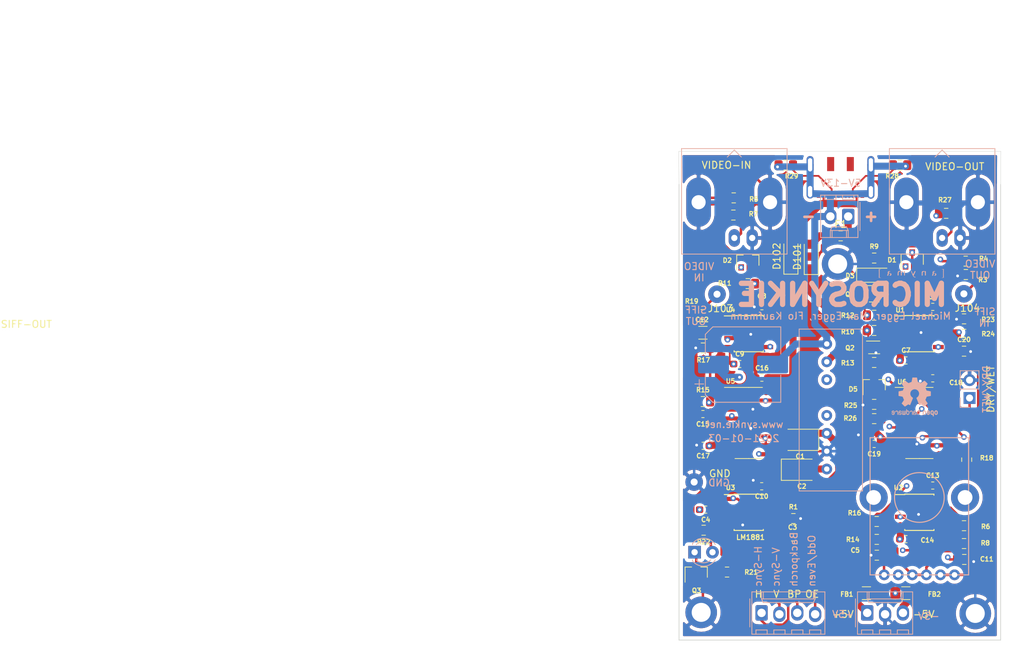
<source format=kicad_pcb>
(kicad_pcb (version 20171130) (host pcbnew "(5.1.5-0-10_14)")
  (layers (0 F.Cu signal) (1 In1.Cu power) (2 In2.Cu signal) (31 B.Cu power) (34 B.Paste user) (35 F.Paste user) (36 B.SilkS user) (37 F.SilkS user) (38 B.Mask user) (39 F.Mask user) (44 Edge.Cuts user))
  (net 0 "")
  (net 1 GND)
  (net 2 +5V)
  (net 3 -5V)
  (net 4 /colorburst)
  (net 5 "Net-(D1-Pad3)")
  (net 6 "Net-(D2-Pad3)")
  (net 7 "Net-(FB1-Pad1)")
  (net 8 "Net-(FB2-Pad1)")
  (net 9 /hsync)
  (net 10 /vsync)
  (net 11 /oe)
  (net 12 "Net-(R14-Pad2)")
  (net 13 "Net-(R19-Pad1)")
  (net 14 "Net-(U6-Pad14)")
  (net 15 /clipper_out)
  (net 16 "Net-(C3-Pad1)")
  (net 17 /dry)
  (net 18 "Net-(C4-Pad1)")
  (net 19 "Net-(C5-Pad1)")
  (net 20 "Net-(C11-Pad1)")
  (net 21 "Net-(C12-Pad1)")
  (net 22 "Net-(C15-Pad2)")
  (net 23 "Net-(C15-Pad1)")
  (net 24 "Net-(C20-Pad1)")
  (net 25 "Net-(D3-Pad2)")
  (net 26 "Net-(D4-Pad2)")
  (net 27 "Net-(D4-Pad1)")
  (net 28 "Net-(J4-Pad1)")
  (net 29 /porch)
  (net 30 "Net-(Q1-Pad2)")
  (net 31 "Net-(Q3-Pad1)")
  (net 32 "Net-(R6-Pad1)")
  (net 33 "Net-(R10-Pad2)")
  (net 34 "Net-(R11-Pad2)")
  (net 35 "Net-(R14-Pad1)")
  (net 36 /delayed_burst)
  (net 37 "Net-(R24-Pad1)")
  (net 38 /synctip)
  (net 39 "Net-(U4-Pad5)")
  (net 40 "Net-(U6-Pad13)")
  (net 41 "Net-(D5-Pad1)")
  (net 42 "Net-(J101-Pad1)")
  (net 43 "Net-(J102-Pad1)")
  (net 44 "Net-(U1-Pad5)")
  (net 45 "Net-(J9-PadA5)")
  (net 46 "Net-(J9-PadB5)")
  (net 47 "Net-(J103-Pad1)")
  (net 48 "Net-(J104-Pad1)")
  (net 49 "Net-(C101-Pad2)")
  (net 50 "Net-(C101-Pad1)")
  (net 51 "Net-(D101-Pad2)")
  (net 52 "Net-(D102-Pad2)")
  (net 53 "Net-(F1-Pad2)")
  (module anyma_footprints:logo_anyma_tiny (layer B.Cu) (at 87.7386 68.3564 180)
    (fp_text reference G*** hide)
    (fp_text value LOGO hide)
  )
  (module Diode_SMD:D_MiniMELF (layer F.Cu) (at 70.7386 65.8564 90)
    (fp_text reference D102 (at 0 -2 90) (layer F.SilkS))
    (fp_text value D)
    (pad 2 smd rect (at 1.75 0 90) (size 1.3 1.7) (layers F.Cu F.Paste F.Mask) (net 52 "Net-(D102-Pad2)"))
    (pad 1 smd rect (at -1.75 0 90) (size 1.3 1.7) (layers F.Cu F.Paste F.Mask) (net 50 "Net-(C101-Pad1)"))
  )
  (module Diode_SMD:D_MiniMELF (layer F.Cu) (at 73.6386 65.9064 90)
    (fp_text reference D101 (at 0 -2 90) (layer F.SilkS))
    (fp_text value D)
    (pad 2 smd rect (at 1.75 0 90) (size 1.3 1.7) (layers F.Cu F.Paste F.Mask) (net 51 "Net-(D101-Pad2)"))
    (pad 1 smd rect (at -1.75 0 90) (size 1.3 1.7) (layers F.Cu F.Paste F.Mask) (net 50 "Net-(C101-Pad1)"))
  )
  (module synkie_footprints:Solderpad_1mm (layer F.Cu) (at 95.8386 71.4564)
    (fp_text reference J104 (at 0 1.778) (layer F.SilkS))
    (fp_text value SIFF-IN)
    (pad 1 thru_hole circle (at -0.508 -0.254) (size 2.5 2.5) (drill 1) (layers *.Cu *.Mask) (net 48 "Net-(J104-Pad1)"))
  )
  (module synkie_footprints:Solderpad_1mm (layer F.Cu) (at 60.7466 71.5104)
    (fp_text reference J103 (at 0 1.778) (layer F.SilkS))
    (fp_text value SIFF-OUT)
    (pad 1 thru_hole circle (at -0.508 -0.254) (size 2.5 2.5) (drill 1) (layers *.Cu *.Mask) (net 47 "Net-(J103-Pad1)"))
  )
  (module synkie_footprints:BNC_MOLEX_0731000080_Horizontal (layer B.Cu) (at 92.2386 63.2564 180)
    (fp_text reference J102 hide)
    (fp_text value Conn_Coaxial)
    (pad 2 thru_hole oval (at -5.08 5.08 180) (size 3.5 7) (drill 2.01) (layers *.Cu *.Mask) (net 1 GND))
    (pad 2 thru_hole oval (at 5.08 5.08 180) (size 3.5 7) (drill 2.01) (layers *.Cu *.Mask) (net 1 GND))
    (pad 1 thru_hole oval (at 0 0 180) (size 1.6 2.5) (drill 0.89) (layers *.Cu *.Mask) (net 43 "Net-(J102-Pad1)"))
    (pad 2 thru_hole oval (at -2.54 0 180) (size 1.6 2.5) (drill 0.89) (layers *.Cu *.Mask) (net 1 GND))
  )
  (module synkie_footprints:BNC_MOLEX_0731000080_Horizontal (layer B.Cu) (at 62.6986 63.2564 180)
    (fp_text reference J101 hide)
    (fp_text value Conn_Coaxial)
    (pad 2 thru_hole oval (at -5.08 5.08 180) (size 3.5 7) (drill 2.01) (layers *.Cu *.Mask) (net 1 GND))
    (pad 2 thru_hole oval (at 5.08 5.08 180) (size 3.5 7) (drill 2.01) (layers *.Cu *.Mask) (net 1 GND))
    (pad 1 thru_hole oval (at 0 0 180) (size 1.6 2.5) (drill 0.89) (layers *.Cu *.Mask) (net 42 "Net-(J101-Pad1)"))
    (pad 2 thru_hole oval (at -2.54 0 180) (size 1.6 2.5) (drill 0.89) (layers *.Cu *.Mask) (net 1 GND))
  )
  (module synkie_footprints:C_0805_2012Metric_Pad1.15x1.40mm_HandSolder (layer F.Cu) (at 77.8136 62.9564)
    (fp_text reference F1 (at 0 -1.65) (layer F.SilkS))
    (fp_text value Polyfuse)
    (pad 2 smd roundrect (at 1.025 0) (size 1.15 1.4) (layers F.Cu F.Paste F.Mask) (roundrect_rratio 0.217391) (net 53 "Net-(F1-Pad2)"))
    (pad 1 smd roundrect (at -1.025 0) (size 1.15 1.4) (layers F.Cu F.Paste F.Mask) (roundrect_rratio 0.217391) (net 51 "Net-(D101-Pad2)"))
  )
  (module Capacitor_SMD:CP_Elec_10x10.5 (layer B.Cu) (at 63.9386 81.2564)
    (fp_text reference C101 hide)
    (fp_text value CP)
    (pad 2 smd roundrect (at 4.2 0) (size 4.4 2.5) (layers B.Cu B.Paste B.Mask) (roundrect_rratio 0.1) (net 49 "Net-(C101-Pad2)"))
    (pad 1 smd roundrect (at -4.2 0) (size 4.4 2.5) (layers B.Cu B.Paste B.Mask) (roundrect_rratio 0.1) (net 50 "Net-(C101-Pad1)"))
  )
  (module synkie_footprints:JAE_USB-C_SJ122205 (layer F.Cu) (at 77.7886 55.9564 180)
    (fp_text reference J9 hide)
    (fp_text value USB_C_Receptacle_USB2.0)
    (pad "" np_thru_hole circle (at -3 0 180) (size 0.6 0.6) (drill 0.6) (layers *.Cu *.Mask))
    (pad "" np_thru_hole oval (at 3 0 180) (size 0.85 0.6) (drill oval 0.85 0.6) (layers *.Cu *.Mask))
    (pad S1 thru_hole oval (at 4.32 3.1 180) (size 1 2.5) (drill oval 0.6 1.9) (layers *.Cu *.Mask) (net 49 "Net-(C101-Pad2)"))
    (pad S1 thru_hole oval (at -4.32 3.1 180) (size 1 2.5) (drill oval 0.6 1.9) (layers *.Cu *.Mask) (net 49 "Net-(C101-Pad2)"))
    (pad S1 thru_hole oval (at 4.32 -0.7 180) (size 1 2) (drill oval 0.6 1.6) (layers *.Cu *.Mask) (net 49 "Net-(C101-Pad2)"))
    (pad S1 thru_hole oval (at -4.32 -0.725 180) (size 1 2) (drill oval 0.6 1.6) (layers *.Cu *.Mask) (net 49 "Net-(C101-Pad2)"))
    (pad MT smd rect (at 1.4 3.2 180) (size 1 2) (layers F.Cu F.Paste F.Mask))
    (pad MT smd rect (at -1.4 3.2 180) (size 1 2) (layers F.Cu F.Paste F.Mask))
    (pad A9 smd rect (at 2.35 -1.1 180) (size 0.52 1) (layers F.Cu F.Paste F.Mask) (net 52 "Net-(D102-Pad2)"))
    (pad A12 smd rect (at 3.1 -1.1 180) (size 0.52 1) (layers F.Cu F.Paste F.Mask) (net 49 "Net-(C101-Pad2)"))
    (pad A4 smd rect (at -2.35 -1.1 180) (size 0.52 1) (layers F.Cu F.Paste F.Mask) (net 52 "Net-(D102-Pad2)") (clearance 0.1))
    (pad A1 smd rect (at -3.1 -1.1 180) (size 0.52 1) (layers F.Cu F.Paste F.Mask) (net 49 "Net-(C101-Pad2)"))
    (pad A8 smd rect (at 1.75 -1.1 180) (size 0.27 1) (layers F.Cu F.Paste F.Mask))
    (pad B5 smd rect (at 1.25 -1.1 180) (size 0.27 1) (layers F.Cu F.Paste F.Mask) (net 46 "Net-(J9-PadB5)"))
    (pad A7 smd rect (at 0.75 -1.1 180) (size 0.27 1) (layers F.Cu F.Paste F.Mask))
    (pad B6 smd rect (at 0.25 -1.1 180) (size 0.27 1) (layers F.Cu F.Paste F.Mask))
    (pad A6 smd rect (at -0.25 -1.1 180) (size 0.27 1) (layers F.Cu F.Paste F.Mask))
    (pad B7 smd rect (at -0.75 -1.1 180) (size 0.27 1) (layers F.Cu F.Paste F.Mask))
    (pad B8 smd rect (at -1.25 -1.1 180) (size 0.27 1) (layers F.Cu F.Paste F.Mask) (clearance 0.1))
    (pad A5 smd rect (at -1.75 -1.1 180) (size 0.27 1) (layers F.Cu F.Paste F.Mask) (net 45 "Net-(J9-PadA5)") (clearance 0.1))
  )
  (module synkie_footprints:R_0805_2012Metric_Pad1.15x1.40mm_HandSolder (layer F.Cu) (at 70.0136 52.9064)
    (fp_text reference R29 (at 0.825 1.55) (layer F.SilkS) (effects (font (size 0.65 0.65))))
    (fp_text value 5k1)
    (pad 2 smd roundrect (at 1.025 0) (size 1.15 1.4) (layers F.Cu F.Paste F.Mask) (roundrect_rratio 0.217391) (net 46 "Net-(J9-PadB5)"))
    (pad 1 smd roundrect (at -1.025 0) (size 1.15 1.4) (layers F.Cu F.Paste F.Mask) (roundrect_rratio 0.217391) (net 49 "Net-(C101-Pad2)"))
  )
  (module synkie_footprints:R_0805_2012Metric_Pad1.15x1.40mm_HandSolder (layer F.Cu) (at 86.2636 52.9064 180)
    (fp_text reference R28 (at 1.125 -1.55) (layer F.SilkS) (effects (font (size 0.65 0.65))))
    (fp_text value 5k1)
    (pad 2 smd roundrect (at 1.025 0 180) (size 1.15 1.4) (layers F.Cu F.Paste F.Mask) (roundrect_rratio 0.217391) (net 45 "Net-(J9-PadA5)"))
    (pad 1 smd roundrect (at -1.025 0 180) (size 1.15 1.4) (layers F.Cu F.Paste F.Mask) (roundrect_rratio 0.217391) (net 49 "Net-(C101-Pad2)"))
  )
  (module synkie_footprints:C_0805_2012Metric_Pad1.15x1.40mm_HandSolder (layer F.Cu) (at 95.3516 79.3564)
    (fp_text reference C20 (at 0 -1.65) (layer F.SilkS) (effects (font (size 0.65 0.65))))
    (fp_text value 10p)
    (pad 2 smd roundrect (at 1.025 0) (size 1.15 1.4) (layers F.Cu F.Paste F.Mask) (roundrect_rratio 0.217391) (net 1 GND))
    (pad 1 smd roundrect (at -1.025 0) (size 1.15 1.4) (layers F.Cu F.Paste F.Mask) (roundrect_rratio 0.217391) (net 24 "Net-(C20-Pad1)"))
  )
  (module synkie_footprints:C_0603_1608Metric_Pad1.05x0.95mm_HandSolder (layer F.Cu) (at 70.9816 105.8164)
    (fp_text reference C3 (at 0 -1.43) (layer F.SilkS) (effects (font (size 0.65 0.65))))
    (fp_text value 100n)
    (pad 2 smd roundrect (at 0.875 0) (size 1.05 0.95) (layers F.Cu F.Paste F.Mask) (net 1 GND))
    (pad 1 smd roundrect (at -0.875 0) (size 1.05 0.95) (layers F.Cu F.Paste F.Mask) (net 16 "Net-(C3-Pad1)"))
  )
  (module Symbol:OSHW-Logo2_7.3x6mm_SilkScreen (layer B.Cu) (at 88.3386 85.8564 180)
    (fp_text reference U9 hide)
    (fp_text value LOGO hide)
  )
  (module synkie_footprints:TEC (layer B.Cu) (at 80.9186 87.2164 270)
    (fp_text reference U7 hide)
    (fp_text value TEC3)
    (pad 8 thru_hole circle (at 8.89 5.08 270) (size 1.524 1.524) (drill 0.762) (layers *.Cu *.Mask) (net 3 -5V))
    (pad 7 thru_hole circle (at 6.35 5.08 270) (size 1.524 1.524) (drill 0.762) (layers *.Cu *.Mask) (net 1 GND))
    (pad 6 thru_hole circle (at 3.81 5.08 270) (size 1.524 1.524) (drill 0.762) (layers *.Cu *.Mask) (net 2 +5V))
    (pad 5 thru_hole circle (at 1.27 5.08 270) (size 1.524 1.524) (drill 0.762) (layers *.Cu *.Mask))
    (pad 3 thru_hole circle (at -3.81 5.08 270) (size 1.524 1.524) (drill 0.762) (layers *.Cu *.Mask))
    (pad 2 thru_hole circle (at -6.35 5.08 270) (size 1.524 1.524) (drill 0.762) (layers *.Cu *.Mask) (net 50 "Net-(C101-Pad1)"))
    (pad 1 thru_hole circle (at -8.89 5.08 270) (size 1.524 1.524) (drill 0.762) (layers *.Cu *.Mask) (net 49 "Net-(C101-Pad2)"))
  )
  (module synkie_footprints:Molex_KK-254_AE-6410-02A_1x02_P2.54mm_Vertical (layer B.Cu) (at 78.8886 60.2064 180)
    (fp_text reference J8 hide)
    (fp_text value Conn_01x02_Male)
    (pad 2 thru_hole oval (at 2.54 0 180) (size 1.74 2.2) (drill 1.2) (layers *.Cu *.Mask) (net 49 "Net-(C101-Pad2)"))
    (pad 1 thru_hole roundrect (at 0 0 180) (size 1.74 2.2) (drill 1.2) (layers *.Cu *.Mask) (roundrect_rratio 0.143678) (net 53 "Net-(F1-Pad2)"))
  )
  (module synkie_footprints:C_0603_1608Metric_Pad1.05x0.95mm_HandSolder (layer F.Cu) (at 63.4746 81.1784)
    (fp_text reference C9 (at 0 -1.43) (layer F.SilkS) (effects (font (size 0.65 0.65))))
    (fp_text value 100n)
    (pad 2 smd roundrect (at 0.875 0) (size 1.05 0.95) (layers F.Cu F.Paste F.Mask) (net 1 GND))
    (pad 1 smd roundrect (at -0.875 0) (size 1.05 0.95) (layers F.Cu F.Paste F.Mask) (net 3 -5V))
  )
  (module synkie_footprints:C_0603_1608Metric_Pad1.05x0.95mm_HandSolder (layer F.Cu) (at 66.6146 72.9584)
    (fp_text reference C8 (at 0 -1.43) (layer F.SilkS) (effects (font (size 0.65 0.65))))
    (fp_text value 100n)
    (pad 2 smd roundrect (at 0.875 0) (size 1.05 0.95) (layers F.Cu F.Paste F.Mask) (net 2 +5V))
    (pad 1 smd roundrect (at -0.875 0) (size 1.05 0.95) (layers F.Cu F.Paste F.Mask) (net 1 GND))
  )
  (module synkie_footprints:C_0603_1608Metric_Pad1.05x0.95mm_HandSolder (layer F.Cu) (at 87.0966 80.6704)
    (fp_text reference C7 (at 0 -1.43) (layer F.SilkS) (effects (font (size 0.65 0.65))))
    (fp_text value 100n)
    (pad 2 smd roundrect (at 0.875 0) (size 1.05 0.95) (layers F.Cu F.Paste F.Mask) (net 1 GND))
    (pad 1 smd roundrect (at -0.875 0) (size 1.05 0.95) (layers F.Cu F.Paste F.Mask) (net 3 -5V))
  )
  (module synkie_footprints:C_0603_1608Metric_Pad1.05x0.95mm_HandSolder (layer F.Cu) (at 90.9066 73.0504)
    (fp_text reference C6 (at 0 -1.43) (layer F.SilkS) (effects (font (size 0.65 0.65))))
    (fp_text value 100n)
    (pad 2 smd roundrect (at 0.875 0) (size 1.05 0.95) (layers F.Cu F.Paste F.Mask) (net 2 +5V))
    (pad 1 smd roundrect (at -0.875 0) (size 1.05 0.95) (layers F.Cu F.Paste F.Mask) (net 1 GND))
  )
  (module synkie_footprints:Solderpad_1mm (layer F.Cu) (at 57.4966 98.2104)
    (fp_text reference TP3 hide)
    (fp_text value TestPoint)
    (pad 1 thru_hole circle (at -0.508 -0.254) (size 2.5 2.5) (drill 1) (layers *.Cu *.Mask) (net 1 GND))
  )
  (module MountingHole:MountingHole_2.7mm_M2.5_ISO7380_Pad (layer F.Cu) (at 96.9518 116.6368)
    (fp_text reference H3 hide)
    (fp_text value MountingHole_Pad)
    (pad 1 thru_hole circle (at 0 0) (size 4.5 4.5) (drill 2.7) (layers *.Cu *.Mask) (net 1 GND))
  )
  (module MountingHole:MountingHole_2.7mm_M2.5_ISO7380_Pad (layer F.Cu) (at 57.9882 116.4844)
    (fp_text reference H2 hide)
    (fp_text value MountingHole_Pad)
    (pad 1 thru_hole circle (at 0 0) (size 4.5 4.5) (drill 2.7) (layers *.Cu *.Mask) (net 1 GND))
  )
  (module MountingHole:MountingHole_2.7mm_M2.5_ISO7380_Pad (layer F.Cu) (at 77.3886 66.9564)
    (fp_text reference H1 hide)
    (fp_text value MountingHole_Pad)
    (pad 1 thru_hole circle (at 0 0) (size 4.5 4.5) (drill 2.7) (layers *.Cu *.Mask) (net 1 GND))
  )
  (module synkie_footprints:C_0603_1608Metric_Pad1.05x0.95mm_HandSolder (layer F.Cu) (at 82.5776 92.5354 180)
    (fp_text reference C19 (at 0 -1.43) (layer F.SilkS) (effects (font (size 0.65 0.65))))
    (fp_text value 100n)
    (pad 2 smd roundrect (at 0.875 0 180) (size 1.05 0.95) (layers F.Cu F.Paste F.Mask) (net 1 GND))
    (pad 1 smd roundrect (at -0.875 0 180) (size 1.05 0.95) (layers F.Cu F.Paste F.Mask) (net 3 -5V))
  )
  (module synkie_footprints:C_0603_1608Metric_Pad1.05x0.95mm_HandSolder (layer F.Cu) (at 90.9066 83.2104)
    (fp_text reference C18 (at 3.302 0.6096) (layer F.SilkS) (effects (font (size 0.65 0.65))))
    (fp_text value 100n)
    (pad 2 smd roundrect (at 0.875 0) (size 1.05 0.95) (layers F.Cu F.Paste F.Mask) (net 2 +5V))
    (pad 1 smd roundrect (at -0.875 0) (size 1.05 0.95) (layers F.Cu F.Paste F.Mask) (net 1 GND))
  )
  (module synkie_footprints:C_0603_1608Metric_Pad1.05x0.95mm_HandSolder (layer F.Cu) (at 58.2636 92.8064 180)
    (fp_text reference C17 (at 0 -1.43) (layer F.SilkS) (effects (font (size 0.65 0.65))))
    (fp_text value 100n)
    (pad 2 smd roundrect (at 0.875 0 180) (size 1.05 0.95) (layers F.Cu F.Paste F.Mask) (net 1 GND))
    (pad 1 smd roundrect (at -0.875 0 180) (size 1.05 0.95) (layers F.Cu F.Paste F.Mask) (net 3 -5V))
  )
  (module synkie_footprints:C_0603_1608Metric_Pad1.05x0.95mm_HandSolder (layer F.Cu) (at 66.6146 83.1184)
    (fp_text reference C16 (at 0.024 -1.362) (layer F.SilkS) (effects (font (size 0.65 0.65))))
    (fp_text value 100n)
    (pad 2 smd roundrect (at 0.875 0) (size 1.05 0.95) (layers F.Cu F.Paste F.Mask) (net 2 +5V))
    (pad 1 smd roundrect (at -0.875 0) (size 1.05 0.95) (layers F.Cu F.Paste F.Mask) (net 1 GND))
  )
  (module synkie_footprints:C_0603_1608Metric_Pad1.05x0.95mm_HandSolder (layer F.Cu) (at 87.0966 106.0704)
    (fp_text reference C14 (at 3.048 0.1524) (layer F.SilkS) (effects (font (size 0.65 0.65))))
    (fp_text value 100n)
    (pad 2 smd roundrect (at 0.875 0) (size 1.05 0.95) (layers F.Cu F.Paste F.Mask) (net 1 GND))
    (pad 1 smd roundrect (at -0.875 0) (size 1.05 0.95) (layers F.Cu F.Paste F.Mask) (net 3 -5V))
  )
  (module synkie_footprints:C_0603_1608Metric_Pad1.05x0.95mm_HandSolder (layer F.Cu) (at 90.9066 98.4504)
    (fp_text reference C13 (at 0 -1.43) (layer F.SilkS) (effects (font (size 0.65 0.65))))
    (fp_text value 100n)
    (pad 2 smd roundrect (at 0.875 0) (size 1.05 0.95) (layers F.Cu F.Paste F.Mask) (net 2 +5V))
    (pad 1 smd roundrect (at -0.875 0) (size 1.05 0.95) (layers F.Cu F.Paste F.Mask) (net 1 GND))
  )
  (module synkie_footprints:C_1206_3216Metric_Pad1.42x1.75mm_HandSolder (layer F.Cu) (at 58.2346 76.7334 180)
    (fp_text reference C12 (at 0.1381 1.8542) (layer F.SilkS) (effects (font (size 0.65 0.65))))
    (fp_text value 100p)
    (pad 2 smd roundrect (at 1.4875 0 180) (size 1.425 1.75) (layers F.Cu F.Paste F.Mask) (roundrect_rratio 0.175439) (net 17 /dry))
    (pad 1 smd roundrect (at -1.4875 0 180) (size 1.425 1.75) (layers F.Cu F.Paste F.Mask) (roundrect_rratio 0.175439) (net 21 "Net-(C12-Pad1)"))
  )
  (module Diode_SMD:D_SOT-23_ANK (layer F.Cu) (at 82.5776 84.1564 90)
    (fp_text reference D5 (at -0.6 -2.989 180) (layer F.SilkS) (effects (font (size 0.65 0.65))))
    (fp_text value BAT54)
    (pad 1 smd rect (at 1 0 90) (size 0.9 0.8) (layers F.Cu F.Paste F.Mask) (net 41 "Net-(D5-Pad1)"))
    (pad "" smd rect (at -1 0.95 90) (size 0.9 0.8) (layers F.Cu F.Paste F.Mask))
    (pad 2 smd rect (at -1 -0.95 90) (size 0.9 0.8) (layers F.Cu F.Paste F.Mask) (net 1 GND))
  )
  (module synkie_footprints:R_0805_2012Metric_Pad1.15x1.40mm_HandSolder (layer F.Cu) (at 62.6136 57.5564)
    (fp_text reference R5 (at 2.853 0.192) (layer F.SilkS) (effects (font (size 0.65 0.65))))
    (fp_text value 75)
    (pad 2 smd roundrect (at 1.025 0) (size 1.15 1.4) (layers F.Cu F.Paste F.Mask) (roundrect_rratio 0.217391) (net 42 "Net-(J101-Pad1)"))
    (pad 1 smd roundrect (at -1.025 0) (size 1.15 1.4) (layers F.Cu F.Paste F.Mask) (roundrect_rratio 0.217391) (net 1 GND))
  )
  (module synkie_footprints:R_0805_2012Metric_Pad1.15x1.40mm_HandSolder (layer F.Cu) (at 82.5776 80.9564 180)
    (fp_text reference R13 (at 3.758533 -0.0762) (layer F.SilkS) (effects (font (size 0.65 0.65))))
    (fp_text value 47k)
    (pad 2 smd roundrect (at 1.025 0 180) (size 1.15 1.4) (layers F.Cu F.Paste F.Mask) (roundrect_rratio 0.217391) (net 41 "Net-(D5-Pad1)"))
    (pad 1 smd roundrect (at -1.025 0 180) (size 1.15 1.4) (layers F.Cu F.Paste F.Mask) (roundrect_rratio 0.217391) (net 2 +5V))
  )
  (module Diode_SMD:D_MiniMELF (layer F.Cu) (at 82.6386 68.5564)
    (fp_text reference D3 (at -3.4862 0.0762 180) (layer F.SilkS) (effects (font (size 0.65 0.65))))
    (fp_text value D)
    (pad 2 smd rect (at 1.75 0) (size 1.3 1.7) (layers F.Cu F.Paste F.Mask) (net 25 "Net-(D3-Pad2)"))
    (pad 1 smd rect (at -1.75 0) (size 1.3 1.7) (layers F.Cu F.Paste F.Mask) (net 1 GND))
  )
  (module LED_THT:LED_D3.0mm (layer B.Cu) (at 57.0516 107.9314)
    (fp_text reference D4 hide)
    (fp_text value LED)
    (pad 2 thru_hole circle (at 2.54 0) (size 1.8 1.8) (drill 0.9) (layers *.Cu *.Mask) (net 26 "Net-(D4-Pad2)"))
    (pad 1 thru_hole rect (at 0 0) (size 1.8 1.8) (drill 0.9) (layers *.Cu *.Mask) (net 27 "Net-(D4-Pad1)"))
  )
  (module Package_SO:SOIC-16_3.9x9.9mm_P1.27mm (layer F.Cu) (at 89.0016 89.5604)
    (fp_text reference U6 (at -2.4638 -5.842) (layer F.SilkS) (effects (font (size 0.65 0.65))))
    (fp_text value 4053)
    (pad 16 smd roundrect (at 2.475 -4.445) (size 1.95 0.6) (layers F.Cu F.Paste F.Mask) (net 2 +5V))
    (pad 15 smd roundrect (at 2.475 -3.175) (size 1.95 0.6) (layers F.Cu F.Paste F.Mask) (net 40 "Net-(U6-Pad13)"))
    (pad 14 smd roundrect (at 2.475 -1.905) (size 1.95 0.6) (layers F.Cu F.Paste F.Mask) (net 14 "Net-(U6-Pad14)"))
    (pad 13 smd roundrect (at 2.475 -0.635) (size 1.95 0.6) (layers F.Cu F.Paste F.Mask) (net 40 "Net-(U6-Pad13)"))
    (pad 12 smd roundrect (at 2.475 0.635) (size 1.95 0.6) (layers F.Cu F.Paste F.Mask) (net 36 /delayed_burst))
    (pad 11 smd roundrect (at 2.475 1.905) (size 1.95 0.6) (layers F.Cu F.Paste F.Mask) (net 29 /porch))
    (pad 10 smd roundrect (at 2.475 3.175) (size 1.95 0.6) (layers F.Cu F.Paste F.Mask) (net 9 /hsync))
    (pad 9 smd roundrect (at 2.475 4.445) (size 1.95 0.6) (layers F.Cu F.Paste F.Mask) (net 28 "Net-(J4-Pad1)"))
    (pad 8 smd roundrect (at -2.475 4.445) (size 1.95 0.6) (layers F.Cu F.Paste F.Mask) (net 1 GND))
    (pad 7 smd roundrect (at -2.475 3.175) (size 1.95 0.6) (layers F.Cu F.Paste F.Mask) (net 3 -5V))
    (pad 6 smd roundrect (at -2.475 1.905) (size 1.95 0.6) (layers F.Cu F.Paste F.Mask) (net 1 GND))
    (pad 5 smd roundrect (at -2.475 0.635) (size 1.95 0.6) (layers F.Cu F.Paste F.Mask) (net 17 /dry))
    (pad 4 smd roundrect (at -2.475 -0.635) (size 1.95 0.6) (layers F.Cu F.Paste F.Mask) (net 44 "Net-(U1-Pad5)"))
    (pad 3 smd roundrect (at -2.475 -1.905) (size 1.95 0.6) (layers F.Cu F.Paste F.Mask) (net 14 "Net-(U6-Pad14)"))
    (pad 2 smd roundrect (at -2.475 -3.175) (size 1.95 0.6) (layers F.Cu F.Paste F.Mask) (net 38 /synctip))
    (pad 1 smd roundrect (at -2.475 -4.445) (size 1.95 0.6) (layers F.Cu F.Paste F.Mask) (net 15 /clipper_out))
  )
  (module Package_SO:SOIC-16_3.9x9.9mm_P1.27mm (layer F.Cu) (at 64.7446 89.5604)
    (fp_text reference U5 (at -2.5908 -5.9436) (layer F.SilkS) (effects (font (size 0.65 0.65))))
    (fp_text value 4053)
    (pad 16 smd roundrect (at 2.475 -4.445) (size 1.95 0.6) (layers F.Cu F.Paste F.Mask) (net 2 +5V))
    (pad 15 smd roundrect (at 2.475 -3.175) (size 1.95 0.6) (layers F.Cu F.Paste F.Mask) (net 4 /colorburst))
    (pad 14 smd roundrect (at 2.475 -1.905) (size 1.95 0.6) (layers F.Cu F.Paste F.Mask) (net 1 GND))
    (pad 13 smd roundrect (at 2.475 -0.635) (size 1.95 0.6) (layers F.Cu F.Paste F.Mask) (net 1 GND))
    (pad 12 smd roundrect (at 2.475 0.635) (size 1.95 0.6) (layers F.Cu F.Paste F.Mask) (net 23 "Net-(C15-Pad1)"))
    (pad 11 smd roundrect (at 2.475 1.905) (size 1.95 0.6) (layers F.Cu F.Paste F.Mask) (net 29 /porch))
    (pad 10 smd roundrect (at 2.475 3.175) (size 1.95 0.6) (layers F.Cu F.Paste F.Mask) (net 29 /porch))
    (pad 9 smd roundrect (at 2.475 4.445) (size 1.95 0.6) (layers F.Cu F.Paste F.Mask) (net 9 /hsync))
    (pad 8 smd roundrect (at -2.475 4.445) (size 1.95 0.6) (layers F.Cu F.Paste F.Mask) (net 1 GND))
    (pad 7 smd roundrect (at -2.475 3.175) (size 1.95 0.6) (layers F.Cu F.Paste F.Mask) (net 3 -5V))
    (pad 6 smd roundrect (at -2.475 1.905) (size 1.95 0.6) (layers F.Cu F.Paste F.Mask) (net 1 GND))
    (pad 5 smd roundrect (at -2.475 0.635) (size 1.95 0.6) (layers F.Cu F.Paste F.Mask) (net 1 GND))
    (pad 4 smd roundrect (at -2.475 -0.635) (size 1.95 0.6) (layers F.Cu F.Paste F.Mask) (net 39 "Net-(U4-Pad5)"))
    (pad 3 smd roundrect (at -2.475 -1.905) (size 1.95 0.6) (layers F.Cu F.Paste F.Mask) (net 23 "Net-(C15-Pad1)"))
    (pad 2 smd roundrect (at -2.475 -3.175) (size 1.95 0.6) (layers F.Cu F.Paste F.Mask) (net 21 "Net-(C12-Pad1)"))
    (pad 1 smd roundrect (at -2.475 -4.445) (size 1.95 0.6) (layers F.Cu F.Paste F.Mask) (net 1 GND))
  )
  (module synkie_footprints:SOIC-8_3.9x4.9mm_P1.27mm (layer F.Cu) (at 64.7446 76.8604)
    (fp_text reference U4 (at -2.5908 -3.4036) (layer F.SilkS) (effects (font (size 0.65 0.65))))
    (fp_text value LMH6643)
    (pad 8 smd rect (at 2.7 -1.905) (size 1.55 0.6) (layers F.Cu F.Paste F.Mask) (net 2 +5V))
    (pad 7 smd rect (at 2.7 -0.635) (size 1.55 0.6) (layers F.Cu F.Paste F.Mask) (net 13 "Net-(R19-Pad1)"))
    (pad 6 smd rect (at 2.7 0.635) (size 1.55 0.6) (layers F.Cu F.Paste F.Mask) (net 13 "Net-(R19-Pad1)"))
    (pad 5 smd rect (at 2.7 1.905) (size 1.55 0.6) (layers F.Cu F.Paste F.Mask) (net 39 "Net-(U4-Pad5)"))
    (pad 4 smd rect (at -2.7 1.905) (size 1.55 0.6) (layers F.Cu F.Paste F.Mask) (net 3 -5V))
    (pad 3 smd rect (at -2.7 0.635) (size 1.55 0.6) (layers F.Cu F.Paste F.Mask) (net 34 "Net-(R11-Pad2)"))
    (pad 2 smd rect (at -2.7 -0.635) (size 1.55 0.6) (layers F.Cu F.Paste F.Mask) (net 17 /dry))
    (pad 1 smd rect (at -2.7 -1.905) (size 1.55 0.6) (layers F.Cu F.Paste F.Mask) (net 17 /dry))
  )
  (module synkie_footprints:SOIC-8_3.9x4.9mm_P1.27mm (layer F.Cu) (at 64.7446 102.2604)
    (fp_text reference U3 (at -2.5908 -3.504) (layer F.SilkS) (effects (font (size 0.65 0.65))))
    (fp_text value LM1881)
    (pad 8 smd rect (at 2.7 -1.905) (size 1.55 0.6) (layers F.Cu F.Paste F.Mask) (net 2 +5V))
    (pad 7 smd rect (at 2.7 -0.635) (size 1.55 0.6) (layers F.Cu F.Paste F.Mask) (net 11 /oe))
    (pad 6 smd rect (at 2.7 0.635) (size 1.55 0.6) (layers F.Cu F.Paste F.Mask) (net 16 "Net-(C3-Pad1)"))
    (pad 5 smd rect (at 2.7 1.905) (size 1.55 0.6) (layers F.Cu F.Paste F.Mask) (net 29 /porch))
    (pad 4 smd rect (at -2.7 1.905) (size 1.55 0.6) (layers F.Cu F.Paste F.Mask) (net 1 GND))
    (pad 3 smd rect (at -2.7 0.635) (size 1.55 0.6) (layers F.Cu F.Paste F.Mask) (net 10 /vsync))
    (pad 2 smd rect (at -2.7 -0.635) (size 1.55 0.6) (layers F.Cu F.Paste F.Mask) (net 18 "Net-(C4-Pad1)"))
    (pad 1 smd rect (at -2.7 -1.905) (size 1.55 0.6) (layers F.Cu F.Paste F.Mask) (net 9 /hsync))
  )
  (module synkie_footprints:SOIC-8_3.9x4.9mm_P1.27mm (layer F.Cu) (at 89.0016 102.2604)
    (fp_text reference U2 (at -2.9718 -3.5) (layer F.SilkS) (effects (font (size 0.65 0.65))))
    (fp_text value LMH6643)
    (pad 8 smd rect (at 2.7 -1.905) (size 1.55 0.6) (layers F.Cu F.Paste F.Mask) (net 2 +5V))
    (pad 7 smd rect (at 2.7 -0.635) (size 1.55 0.6) (layers F.Cu F.Paste F.Mask) (net 12 "Net-(R14-Pad2)"))
    (pad 6 smd rect (at 2.7 0.635) (size 1.55 0.6) (layers F.Cu F.Paste F.Mask) (net 32 "Net-(R6-Pad1)"))
    (pad 5 smd rect (at 2.7 1.905) (size 1.55 0.6) (layers F.Cu F.Paste F.Mask) (net 19 "Net-(C5-Pad1)"))
    (pad 4 smd rect (at -2.7 1.905) (size 1.55 0.6) (layers F.Cu F.Paste F.Mask) (net 3 -5V))
    (pad 3 smd rect (at -2.7 0.635) (size 1.55 0.6) (layers F.Cu F.Paste F.Mask) (net 20 "Net-(C11-Pad1)"))
    (pad 2 smd rect (at -2.7 -0.635) (size 1.55 0.6) (layers F.Cu F.Paste F.Mask) (net 35 "Net-(R14-Pad1)"))
    (pad 1 smd rect (at -2.7 -1.905) (size 1.55 0.6) (layers F.Cu F.Paste F.Mask) (net 36 /delayed_burst))
  )
  (module synkie_footprints:SOIC-8_3.9x4.9mm_P1.27mm (layer F.Cu) (at 89.0016 76.8604)
    (fp_text reference U1 (at -2.7178 -3.3528) (layer F.SilkS) (effects (font (size 0.65 0.65))))
    (fp_text value LMH6643)
    (pad 8 smd rect (at 2.7 -1.905) (size 1.55 0.6) (layers F.Cu F.Paste F.Mask) (net 2 +5V))
    (pad 7 smd rect (at 2.7 -0.635) (size 1.55 0.6) (layers F.Cu F.Paste F.Mask) (net 37 "Net-(R24-Pad1)"))
    (pad 6 smd rect (at 2.7 0.635) (size 1.55 0.6) (layers F.Cu F.Paste F.Mask) (net 24 "Net-(C20-Pad1)"))
    (pad 5 smd rect (at 2.7 1.905) (size 1.55 0.6) (layers F.Cu F.Paste F.Mask) (net 44 "Net-(U1-Pad5)"))
    (pad 4 smd rect (at -2.7 1.905) (size 1.55 0.6) (layers F.Cu F.Paste F.Mask) (net 3 -5V))
    (pad 3 smd rect (at -2.7 0.635) (size 1.55 0.6) (layers F.Cu F.Paste F.Mask) (net 5 "Net-(D1-Pad3)"))
    (pad 2 smd rect (at -2.7 -0.635) (size 1.55 0.6) (layers F.Cu F.Paste F.Mask) (net 33 "Net-(R10-Pad2)"))
    (pad 1 smd rect (at -2.7 -1.905) (size 1.55 0.6) (layers F.Cu F.Paste F.Mask) (net 33 "Net-(R10-Pad2)"))
  )
  (module synkie_footprints:RK12L123 (layer B.Cu) (at 89.0016 111.1504 180)
    (fp_text reference RV1 hide)
    (fp_text value R_POT_Dual)
    (pad 9 thru_hole circle (at -6.5 11 180) (size 4 4) (drill 2.1) (layers *.Cu *.Mask))
    (pad 7 thru_hole circle (at 6.5 11 180) (size 4 4) (drill 2.1) (layers *.Cu *.Mask))
    (pad 6 thru_hole circle (at 3 0 180) (size 1.524 1.524) (drill 0.8) (layers *.Cu *.Mask) (net 20 "Net-(C11-Pad1)"))
    (pad 5 thru_hole circle (at 1 0 180) (size 1.524 1.524) (drill 0.8) (layers *.Cu *.Mask) (net 12 "Net-(R14-Pad2)"))
    (pad 4 thru_hole circle (at -1 0 180) (size 1.524 1.524) (drill 0.8) (layers *.Cu *.Mask) (net 12 "Net-(R14-Pad2)"))
    (pad 3 thru_hole circle (at 5 0 180) (size 1.524 1.524) (drill 0.8) (layers *.Cu *.Mask) (net 19 "Net-(C5-Pad1)"))
    (pad 2 thru_hole circle (at -5 0 180) (size 1.524 1.524) (drill 0.8) (layers *.Cu *.Mask) (net 4 /colorburst))
    (pad 1 thru_hole circle (at -3 0 180) (size 1.524 1.524) (drill 0.8) (layers *.Cu *.Mask) (net 4 /colorburst))
  )
  (module synkie_footprints:R_0805_2012Metric_Pad1.15x1.40mm_HandSolder (layer F.Cu) (at 92.8136 59.7564)
    (fp_text reference R27 (at -0.175 -1.9) (layer F.SilkS) (effects (font (size 0.65 0.65))))
    (fp_text value 75)
    (pad 2 smd roundrect (at 1.025 0) (size 1.15 1.4) (layers F.Cu F.Paste F.Mask) (roundrect_rratio 0.217391) (net 43 "Net-(J102-Pad1)"))
    (pad 1 smd roundrect (at -1.025 0) (size 1.15 1.4) (layers F.Cu F.Paste F.Mask) (roundrect_rratio 0.217391) (net 37 "Net-(R24-Pad1)"))
  )
  (module synkie_footprints:R_0805_2012Metric_Pad1.15x1.40mm_HandSolder (layer F.Cu) (at 82.5776 88.9444 180)
    (fp_text reference R26 (at 3.3946 0.0508) (layer F.SilkS) (effects (font (size 0.65 0.65))))
    (fp_text value 4k7)
    (pad 2 smd roundrect (at 1.025 0 180) (size 1.15 1.4) (layers F.Cu F.Paste F.Mask) (roundrect_rratio 0.217391) (net 3 -5V))
    (pad 1 smd roundrect (at -1.025 0 180) (size 1.15 1.4) (layers F.Cu F.Paste F.Mask) (roundrect_rratio 0.217391) (net 38 /synctip))
  )
  (module synkie_footprints:R_0805_2012Metric_Pad1.15x1.40mm_HandSolder (layer F.Cu) (at 82.5776 86.9124)
    (fp_text reference R25 (at -3.3438 0.1524) (layer F.SilkS) (effects (font (size 0.65 0.65))))
    (fp_text value 300)
    (pad 2 smd roundrect (at 1.025 0) (size 1.15 1.4) (layers F.Cu F.Paste F.Mask) (roundrect_rratio 0.217391) (net 38 /synctip))
    (pad 1 smd roundrect (at -1.025 0) (size 1.15 1.4) (layers F.Cu F.Paste F.Mask) (roundrect_rratio 0.217391) (net 1 GND))
  )
  (module synkie_footprints:R_0805_2012Metric_Pad1.15x1.40mm_HandSolder (layer F.Cu) (at 95.3636 76.9564)
    (fp_text reference R24 (at 3.429 -0.0508) (layer F.SilkS) (effects (font (size 0.65 0.65))))
    (fp_text value 220)
    (pad 2 smd roundrect (at 1.025 0) (size 1.15 1.4) (layers F.Cu F.Paste F.Mask) (roundrect_rratio 0.217391) (net 24 "Net-(C20-Pad1)"))
    (pad 1 smd roundrect (at -1.025 0) (size 1.15 1.4) (layers F.Cu F.Paste F.Mask) (roundrect_rratio 0.217391) (net 37 "Net-(R24-Pad1)"))
  )
  (module synkie_footprints:R_0805_2012Metric_Pad1.15x1.40mm_HandSolder (layer F.Cu) (at 95.3516 74.7564)
    (fp_text reference R23 (at 3.429 0.1016) (layer F.SilkS) (effects (font (size 0.65 0.65))))
    (fp_text value 220)
    (pad 2 smd roundrect (at 1.025 0) (size 1.15 1.4) (layers F.Cu F.Paste F.Mask) (roundrect_rratio 0.217391) (net 24 "Net-(C20-Pad1)"))
    (pad 1 smd roundrect (at -1.025 0) (size 1.15 1.4) (layers F.Cu F.Paste F.Mask) (roundrect_rratio 0.217391) (net 1 GND))
  )
  (module synkie_footprints:R_0805_2012Metric_Pad1.15x1.40mm_HandSolder (layer F.Cu) (at 58.3386 104.8064 180)
    (fp_text reference R22 (at 0 -1.65) (layer F.SilkS) (effects (font (size 0.65 0.65))))
    (fp_text value 560)
    (pad 2 smd roundrect (at 1.025 0 180) (size 1.15 1.4) (layers F.Cu F.Paste F.Mask) (roundrect_rratio 0.217391) (net 2 +5V))
    (pad 1 smd roundrect (at -1.025 0 180) (size 1.15 1.4) (layers F.Cu F.Paste F.Mask) (roundrect_rratio 0.217391) (net 26 "Net-(D4-Pad2)"))
  )
  (module synkie_footprints:R_0805_2012Metric_Pad1.15x1.40mm_HandSolder (layer F.Cu) (at 61.6636 110.7564)
    (fp_text reference R21 (at 3.429 0.0254) (layer F.SilkS) (effects (font (size 0.65 0.65))))
    (fp_text value 4k7)
    (pad 2 smd roundrect (at 1.025 0) (size 1.15 1.4) (layers F.Cu F.Paste F.Mask) (roundrect_rratio 0.217391) (net 10 /vsync))
    (pad 1 smd roundrect (at -1.025 0) (size 1.15 1.4) (layers F.Cu F.Paste F.Mask) (roundrect_rratio 0.217391) (net 31 "Net-(Q3-Pad1)"))
  )
  (module synkie_footprints:R_0805_2012Metric_Pad1.15x1.40mm_HandSolder (layer F.Cu) (at 58.2136 74.1564 180)
    (fp_text reference R19 (at 1.575 1.9) (layer F.SilkS) (effects (font (size 0.65 0.65))))
    (fp_text value 75)
    (pad 2 smd roundrect (at 1.025 0 180) (size 1.15 1.4) (layers F.Cu F.Paste F.Mask) (roundrect_rratio 0.217391) (net 47 "Net-(J103-Pad1)"))
    (pad 1 smd roundrect (at -1.025 0 180) (size 1.15 1.4) (layers F.Cu F.Paste F.Mask) (roundrect_rratio 0.217391) (net 13 "Net-(R19-Pad1)"))
  )
  (module synkie_footprints:R_0805_2012Metric_Pad1.15x1.40mm_HandSolder (layer F.Cu) (at 95.7326 94.7764 90)
    (fp_text reference R18 (at 0.2376 2.8448 180) (layer F.SilkS) (effects (font (size 0.65 0.65))))
    (fp_text value 4k7)
    (pad 2 smd roundrect (at 1.025 0 90) (size 1.15 1.4) (layers F.Cu F.Paste F.Mask) (roundrect_rratio 0.217391) (net 28 "Net-(J4-Pad1)"))
    (pad 1 smd roundrect (at -1.025 0 90) (size 1.15 1.4) (layers F.Cu F.Paste F.Mask) (roundrect_rratio 0.217391) (net 2 +5V))
  )
  (module synkie_footprints:R_0805_2012Metric_Pad1.15x1.40mm_HandSolder (layer F.Cu) (at 58.2346 78.8924)
    (fp_text reference R17 (at 0.0598 1.7272) (layer F.SilkS) (effects (font (size 0.65 0.65))))
    (fp_text value 560)
    (pad 2 smd roundrect (at 1.025 0) (size 1.15 1.4) (layers F.Cu F.Paste F.Mask) (roundrect_rratio 0.217391) (net 21 "Net-(C12-Pad1)"))
    (pad 1 smd roundrect (at -1.025 0) (size 1.15 1.4) (layers F.Cu F.Paste F.Mask) (roundrect_rratio 0.217391) (net 1 GND))
  )
  (module synkie_footprints:R_0805_2012Metric_Pad1.15x1.40mm_HandSolder (layer F.Cu) (at 82.9376 103.5654)
    (fp_text reference R16 (at -3.149 -1.209) (layer F.SilkS) (effects (font (size 0.65 0.65))))
    (fp_text value 220)
    (pad 2 smd roundrect (at 1.025 0) (size 1.15 1.4) (layers F.Cu F.Paste F.Mask) (roundrect_rratio 0.217391) (net 35 "Net-(R14-Pad1)"))
    (pad 1 smd roundrect (at -1.025 0) (size 1.15 1.4) (layers F.Cu F.Paste F.Mask) (roundrect_rratio 0.217391) (net 36 /delayed_burst))
  )
  (module synkie_footprints:R_0805_2012Metric_Pad1.15x1.40mm_HandSolder (layer F.Cu) (at 58.2346 86.5124)
    (fp_text reference R15 (at 0 -1.65) (layer F.SilkS) (effects (font (size 0.65 0.65))))
    (fp_text value 75)
    (pad 2 smd roundrect (at 1.025 0) (size 1.15 1.4) (layers F.Cu F.Paste F.Mask) (roundrect_rratio 0.217391) (net 17 /dry))
    (pad 1 smd roundrect (at -1.025 0) (size 1.15 1.4) (layers F.Cu F.Paste F.Mask) (roundrect_rratio 0.217391) (net 22 "Net-(C15-Pad2)"))
  )
  (module synkie_footprints:R_0805_2012Metric_Pad1.15x1.40mm_HandSolder (layer F.Cu) (at 82.9466 106.1054)
    (fp_text reference R14 (at -3.4036 0.0254) (layer F.SilkS) (effects (font (size 0.65 0.65))))
    (fp_text value 220)
    (pad 2 smd roundrect (at 1.025 0) (size 1.15 1.4) (layers F.Cu F.Paste F.Mask) (roundrect_rratio 0.217391) (net 12 "Net-(R14-Pad2)"))
    (pad 1 smd roundrect (at -1.025 0) (size 1.15 1.4) (layers F.Cu F.Paste F.Mask) (roundrect_rratio 0.217391) (net 35 "Net-(R14-Pad1)"))
  )
  (module synkie_footprints:R_0805_2012Metric_Pad1.15x1.40mm_HandSolder (layer F.Cu) (at 82.5776 74.2474)
    (fp_text reference R12 (at -3.758533 0.0254) (layer F.SilkS) (effects (font (size 0.65 0.65))))
    (fp_text value "4k7?(was5k6)")
    (pad 2 smd roundrect (at 1.025 0) (size 1.15 1.4) (layers F.Cu F.Paste F.Mask) (roundrect_rratio 0.217391) (net 30 "Net-(Q1-Pad2)"))
    (pad 1 smd roundrect (at -1.025 0) (size 1.15 1.4) (layers F.Cu F.Paste F.Mask) (roundrect_rratio 0.217391) (net 3 -5V))
  )
  (module synkie_footprints:R_0805_2012Metric_Pad1.15x1.40mm_HandSolder (layer F.Cu) (at 64.6176 69.7484)
    (fp_text reference R11 (at -3.2766 -0.0508) (layer F.SilkS) (effects (font (size 0.65 0.65))))
    (fp_text value 75)
    (pad 2 smd roundrect (at 1.025 0) (size 1.15 1.4) (layers F.Cu F.Paste F.Mask) (roundrect_rratio 0.217391) (net 34 "Net-(R11-Pad2)"))
    (pad 1 smd roundrect (at -1.025 0) (size 1.15 1.4) (layers F.Cu F.Paste F.Mask) (roundrect_rratio 0.217391) (net 6 "Net-(D2-Pad3)"))
  )
  (module synkie_footprints:R_0805_2012Metric_Pad1.15x1.40mm_HandSolder (layer F.Cu) (at 82.5776 76.4064)
    (fp_text reference R10 (at -3.758533 0.2032) (layer F.SilkS) (effects (font (size 0.65 0.65))))
    (fp_text value 75)
    (pad 2 smd roundrect (at 1.025 0) (size 1.15 1.4) (layers F.Cu F.Paste F.Mask) (roundrect_rratio 0.217391) (net 33 "Net-(R10-Pad2)"))
    (pad 1 smd roundrect (at -1.025 0) (size 1.15 1.4) (layers F.Cu F.Paste F.Mask) (roundrect_rratio 0.217391) (net 15 /clipper_out))
  )
  (module synkie_footprints:R_0805_2012Metric_Pad1.15x1.40mm_HandSolder (layer F.Cu) (at 82.5776 66.1194)
    (fp_text reference R9 (at 0 -1.65) (layer F.SilkS) (effects (font (size 0.65 0.65))))
    (fp_text value 120)
    (pad 2 smd roundrect (at 1.025 0) (size 1.15 1.4) (layers F.Cu F.Paste F.Mask) (roundrect_rratio 0.217391) (net 2 +5V))
    (pad 1 smd roundrect (at -1.025 0) (size 1.15 1.4) (layers F.Cu F.Paste F.Mask) (roundrect_rratio 0.217391) (net 25 "Net-(D3-Pad2)"))
  )
  (module synkie_footprints:R_0805_2012Metric_Pad1.15x1.40mm_HandSolder (layer F.Cu) (at 95.3516 106.7054 180)
    (fp_text reference R8 (at -3.0226 0.0762) (layer F.SilkS) (effects (font (size 0.65 0.65))))
    (fp_text value 220)
    (pad 2 smd roundrect (at 1.025 0 180) (size 1.15 1.4) (layers F.Cu F.Paste F.Mask) (roundrect_rratio 0.217391) (net 32 "Net-(R6-Pad1)"))
    (pad 1 smd roundrect (at -1.025 0 180) (size 1.15 1.4) (layers F.Cu F.Paste F.Mask) (roundrect_rratio 0.217391) (net 12 "Net-(R14-Pad2)"))
  )
  (module synkie_footprints:R_0805_2012Metric_Pad1.15x1.40mm_HandSolder (layer F.Cu) (at 62.5636 60.0064 180)
    (fp_text reference R7 (at -2.8358 0.1524) (layer F.SilkS) (effects (font (size 0.65 0.65))))
    (fp_text value 75)
    (pad 2 smd roundrect (at 1.025 0 180) (size 1.15 1.4) (layers F.Cu F.Paste F.Mask) (roundrect_rratio 0.217391) (net 6 "Net-(D2-Pad3)"))
    (pad 1 smd roundrect (at -1.025 0 180) (size 1.15 1.4) (layers F.Cu F.Paste F.Mask) (roundrect_rratio 0.217391) (net 42 "Net-(J101-Pad1)"))
  )
  (module synkie_footprints:R_0805_2012Metric_Pad1.15x1.40mm_HandSolder (layer F.Cu) (at 95.3516 104.1654)
    (fp_text reference R6 (at 3.0734 0.127) (layer F.SilkS) (effects (font (size 0.65 0.65))))
    (fp_text value 220)
    (pad 2 smd roundrect (at 1.025 0) (size 1.15 1.4) (layers F.Cu F.Paste F.Mask) (roundrect_rratio 0.217391) (net 4 /colorburst))
    (pad 1 smd roundrect (at -1.025 0) (size 1.15 1.4) (layers F.Cu F.Paste F.Mask) (roundrect_rratio 0.217391) (net 32 "Net-(R6-Pad1)"))
  )
  (module synkie_footprints:R_0805_2012Metric_Pad1.15x1.40mm_HandSolder (layer F.Cu) (at 95.5886 66.5564 180)
    (fp_text reference R4 (at -2.55 0.35) (layer F.SilkS) (effects (font (size 0.65 0.65))))
    (fp_text value 75)
    (pad 2 smd roundrect (at 1.025 0 180) (size 1.15 1.4) (layers F.Cu F.Paste F.Mask) (roundrect_rratio 0.217391) (net 5 "Net-(D1-Pad3)"))
    (pad 1 smd roundrect (at -1.025 0 180) (size 1.15 1.4) (layers F.Cu F.Paste F.Mask) (roundrect_rratio 0.217391) (net 48 "Net-(J104-Pad1)"))
  )
  (module synkie_footprints:R_0805_2012Metric_Pad1.15x1.40mm_HandSolder (layer F.Cu) (at 95.6136 68.4564)
    (fp_text reference R3 (at 2.413 0.762) (layer F.SilkS) (effects (font (size 0.65 0.65))))
    (fp_text value 10k)
    (pad 2 smd roundrect (at 1.025 0) (size 1.15 1.4) (layers F.Cu F.Paste F.Mask) (roundrect_rratio 0.217391) (net 48 "Net-(J104-Pad1)"))
    (pad 1 smd roundrect (at -1.025 0) (size 1.15 1.4) (layers F.Cu F.Paste F.Mask) (roundrect_rratio 0.217391) (net 1 GND))
  )
  (module synkie_footprints:R_0805_2012Metric_Pad1.15x1.40mm_HandSolder (layer F.Cu) (at 71.0946 103.1494)
    (fp_text reference R1 (at 0 -1.65) (layer F.SilkS) (effects (font (size 0.65 0.65))))
    (fp_text value 680k)
    (pad 2 smd roundrect (at 1.025 0) (size 1.15 1.4) (layers F.Cu F.Paste F.Mask) (roundrect_rratio 0.217391) (net 1 GND))
    (pad 1 smd roundrect (at -1.025 0) (size 1.15 1.4) (layers F.Cu F.Paste F.Mask) (roundrect_rratio 0.217391) (net 16 "Net-(C3-Pad1)"))
  )
  (module Package_TO_SOT_SMD:SOT-23 (layer F.Cu) (at 57.2802 110.7984 90)
    (fp_text reference Q3 (at -2.5908 0.0508 180) (layer F.SilkS) (effects (font (size 0.65 0.65))))
    (fp_text value BC847)
    (pad 3 smd rect (at 1 0 90) (size 0.9 0.8) (layers F.Cu F.Paste F.Mask) (net 27 "Net-(D4-Pad1)"))
    (pad 2 smd rect (at -1 0.95 90) (size 0.9 0.8) (layers F.Cu F.Paste F.Mask) (net 1 GND))
    (pad 1 smd rect (at -1 -0.95 90) (size 0.9 0.8) (layers F.Cu F.Paste F.Mask) (net 31 "Net-(Q3-Pad1)"))
  )
  (module synkie_footprints:SOT-666 (layer F.Cu) (at 82.5776 78.8194)
    (fp_text reference Q2 (at -3.441866 0.0762) (layer F.SilkS) (effects (font (size 0.65 0.65))))
    (fp_text value PEMX1)
    (pad 6 smd rect (at 0.85 -0.5375) (size 1 0.375) (layers F.Cu F.Paste F.Mask) (net 2 +5V) (clearance 0.01))
    (pad 4 smd rect (at 0.85 0.5375) (size 1 0.375) (layers F.Cu F.Paste F.Mask) (net 1 GND) (clearance 0.01))
    (pad 2 smd rect (at -0.925 0) (size 1 0.375) (layers F.Cu F.Paste F.Mask) (net 41 "Net-(D5-Pad1)") (clearance 0.01))
    (pad 5 smd rect (at 0.925 0) (size 1 0.375) (layers F.Cu F.Paste F.Mask) (net 41 "Net-(D5-Pad1)") (clearance 0.01))
    (pad 3 smd rect (at -0.85 0.5375) (size 1 0.375) (layers F.Cu F.Paste F.Mask) (net 41 "Net-(D5-Pad1)") (clearance 0.01))
    (pad 1 smd rect (at -0.85 -0.5375) (size 1 0.375) (layers F.Cu F.Paste F.Mask) (net 15 /clipper_out) (clearance 0.01))
  )
  (module synkie_footprints:SOT-363_SC-70-6_Handsoldering (layer F.Cu) (at 82.5776 71.1994)
    (fp_text reference Q1 (at -3.441866 0.0762) (layer F.SilkS) (effects (font (size 0.65 0.65))))
    (fp_text value PMBT3906YS)
    (pad 1 smd rect (at -1.33 -0.65) (size 1.5 0.4) (layers F.Cu F.Paste F.Mask) (net 25 "Net-(D3-Pad2)"))
    (pad 2 smd rect (at -1.33 0) (size 1.5 0.4) (layers F.Cu F.Paste F.Mask) (net 30 "Net-(Q1-Pad2)"))
    (pad 3 smd rect (at -1.33 0.65) (size 1.5 0.4) (layers F.Cu F.Paste F.Mask) (net 3 -5V))
    (pad 4 smd rect (at 1.33 0.65) (size 1.5 0.4) (layers F.Cu F.Paste F.Mask) (net 15 /clipper_out))
    (pad 5 smd rect (at 1.33 0) (size 1.5 0.4) (layers F.Cu F.Paste F.Mask) (net 30 "Net-(Q1-Pad2)"))
    (pad 6 smd rect (at 1.33 -0.65) (size 1.5 0.4) (layers F.Cu F.Paste F.Mask) (net 30 "Net-(Q1-Pad2)"))
  )
  (module synkie_footprints:Molex_KK-254_AE-6410-04A_1x04_P2.54mm_Vertical (layer B.Cu) (at 66.5686 116.5564)
    (fp_text reference J6 hide)
    (fp_text value Conn_01x04)
    (pad 1 thru_hole roundrect (at 0 0) (size 1.74 2.2) (drill 1.2) (layers *.Cu *.Mask) (roundrect_rratio 0.143678) (net 9 /hsync))
    (pad 2 thru_hole oval (at 2.54 0.2) (size 1.74 2.2) (drill 1.2) (layers *.Cu *.Mask) (net 10 /vsync))
    (pad 3 thru_hole oval (at 5.08 0) (size 1.74 2.2) (drill 1.2) (layers *.Cu *.Mask) (net 29 /porch))
    (pad 4 thru_hole oval (at 7.62 0.2) (size 1.74 2.2) (drill 1.2) (layers *.Cu *.Mask) (net 11 /oe))
  )
  (module synkie_footprints:PinHeader_1x02_P2.54mm_Vertical (layer B.Cu) (at 96.1386 86.0064)
    (fp_text reference J4 hide)
    (fp_text value Switch)
    (pad 2 thru_hole oval (at 0 -2.54) (size 1.7 1.7) (drill 1) (layers *.Cu *.Mask) (net 1 GND))
    (pad 1 thru_hole rect (at 0 0) (size 1.7 1.7) (drill 1) (layers *.Cu *.Mask) (net 28 "Net-(J4-Pad1)"))
  )
  (module synkie_footprints:Molex_KK-254_AE-6410-03A_1x03_P2.54mm_Vertical (layer B.Cu) (at 81.5886 116.5564)
    (fp_text reference J3 hide)
    (fp_text value Power)
    (pad 3 thru_hole oval (at 5.08 0) (size 1.74 2.2) (drill 1.2) (layers *.Cu *.Mask) (net 8 "Net-(FB2-Pad1)"))
    (pad 2 thru_hole oval (at 2.54 0.2) (size 1.74 2.2) (drill 1.2) (layers *.Cu *.Mask) (net 1 GND))
    (pad 1 thru_hole roundrect (at 0 0) (size 1.74 2.2) (drill 1.2) (layers *.Cu *.Mask) (roundrect_rratio 0.143678) (net 7 "Net-(FB1-Pad1)"))
  )
  (module synkie_footprints:L_1206_3216Metric_Pad1.42x1.75mm_HandSolder (layer F.Cu) (at 87.0761 113.7564 180)
    (fp_text reference FB2 (at -4.0625 -0.15) (layer F.SilkS) (effects (font (size 0.65 0.65))))
    (fp_text value 330u)
    (pad 2 smd roundrect (at 1.4875 0 180) (size 1.425 1.75) (layers F.Cu F.Paste F.Mask) (roundrect_rratio 0.175439) (net 3 -5V))
    (pad 1 smd roundrect (at -1.4875 0 180) (size 1.425 1.75) (layers F.Cu F.Paste F.Mask) (roundrect_rratio 0.175439) (net 8 "Net-(FB2-Pad1)"))
  )
  (module synkie_footprints:L_1206_3216Metric_Pad1.42x1.75mm_HandSolder (layer F.Cu) (at 81.4761 113.7564)
    (fp_text reference FB1 (at -2.7875 0.15) (layer F.SilkS) (effects (font (size 0.65 0.65))))
    (fp_text value 330u)
    (pad 2 smd roundrect (at 1.4875 0) (size 1.425 1.75) (layers F.Cu F.Paste F.Mask) (roundrect_rratio 0.175439) (net 2 +5V))
    (pad 1 smd roundrect (at -1.4875 0) (size 1.425 1.75) (layers F.Cu F.Paste F.Mask) (roundrect_rratio 0.175439) (net 7 "Net-(FB1-Pad1)"))
  )
  (module Package_TO_SOT_SMD:SOT-23 (layer F.Cu) (at 64.6176 66.4464 90)
    (fp_text reference D2 (at 0 -2.921 180) (layer F.SilkS) (effects (font (size 0.65 0.65))))
    (fp_text value BAT54S)
    (pad 3 smd rect (at 1 0 90) (size 0.9 0.8) (layers F.Cu F.Paste F.Mask) (net 6 "Net-(D2-Pad3)"))
    (pad 2 smd rect (at -1 0.95 90) (size 0.9 0.8) (layers F.Cu F.Paste F.Mask) (net 2 +5V))
    (pad 1 smd rect (at -1 -0.95 90) (size 0.9 0.8) (layers F.Cu F.Paste F.Mask) (net 3 -5V))
  )
  (module Package_TO_SOT_SMD:SOT-23 (layer F.Cu) (at 87.9856 66.3194 90)
    (fp_text reference D1 (at -0.0762 -2.8702 180) (layer F.SilkS) (effects (font (size 0.65 0.65))))
    (fp_text value BAT54S)
    (pad 3 smd rect (at 1 0 90) (size 0.9 0.8) (layers F.Cu F.Paste F.Mask) (net 5 "Net-(D1-Pad3)"))
    (pad 2 smd rect (at -1 0.95 90) (size 0.9 0.8) (layers F.Cu F.Paste F.Mask) (net 2 +5V))
    (pad 1 smd rect (at -1 -0.95 90) (size 0.9 0.8) (layers F.Cu F.Paste F.Mask) (net 3 -5V))
  )
  (module synkie_footprints:C_0603_1608Metric_Pad1.05x0.95mm_HandSolder (layer F.Cu) (at 58.2346 88.2904 180)
    (fp_text reference C15 (at 0 -1.43) (layer F.SilkS) (effects (font (size 0.65 0.65))))
    (fp_text value 1u)
    (pad 2 smd roundrect (at 0.875 0 180) (size 1.05 0.95) (layers F.Cu F.Paste F.Mask) (net 22 "Net-(C15-Pad2)"))
    (pad 1 smd roundrect (at -0.875 0 180) (size 1.05 0.95) (layers F.Cu F.Paste F.Mask) (net 23 "Net-(C15-Pad1)"))
  )
  (module synkie_footprints:C_0805_2012Metric_Pad1.15x1.40mm_HandSolder (layer F.Cu) (at 95.3886 108.9564)
    (fp_text reference C11 (at 3.2 -0.05) (layer F.SilkS) (effects (font (size 0.65 0.65))))
    (fp_text value 10p)
    (pad 2 smd roundrect (at 1.025 0) (size 1.15 1.4) (layers F.Cu F.Paste F.Mask) (roundrect_rratio 0.217391) (net 1 GND))
    (pad 1 smd roundrect (at -1.025 0) (size 1.15 1.4) (layers F.Cu F.Paste F.Mask) (roundrect_rratio 0.217391) (net 20 "Net-(C11-Pad1)"))
  )
  (module synkie_footprints:C_0603_1608Metric_Pad1.05x0.95mm_HandSolder (layer F.Cu) (at 66.5886 98.5564 180)
    (fp_text reference C10 (at 0 -1.43) (layer F.SilkS) (effects (font (size 0.65 0.65))))
    (fp_text value 100n)
    (pad 2 smd roundrect (at 0.875 0 180) (size 1.05 0.95) (layers F.Cu F.Paste F.Mask) (net 1 GND))
    (pad 1 smd roundrect (at -0.875 0 180) (size 1.05 0.95) (layers F.Cu F.Paste F.Mask) (net 2 +5V))
  )
  (module synkie_footprints:C_0805_2012Metric_Pad1.15x1.40mm_HandSolder (layer F.Cu) (at 82.9556 108.3564 180)
    (fp_text reference C5 (at 3.067 0.701) (layer F.SilkS) (effects (font (size 0.65 0.65))))
    (fp_text value 10p)
    (pad 2 smd roundrect (at 1.025 0 180) (size 1.15 1.4) (layers F.Cu F.Paste F.Mask) (roundrect_rratio 0.217391) (net 1 GND))
    (pad 1 smd roundrect (at -1.025 0 180) (size 1.15 1.4) (layers F.Cu F.Paste F.Mask) (roundrect_rratio 0.217391) (net 19 "Net-(C5-Pad1)"))
  )
  (module synkie_footprints:C_0603_1608Metric_Pad1.05x0.95mm_HandSolder (layer F.Cu) (at 58.6346 101.8794 180)
    (fp_text reference C4 (at 0 -1.43) (layer F.SilkS) (effects (font (size 0.65 0.65))))
    (fp_text value 100n)
    (pad 2 smd roundrect (at 0.875 0 180) (size 1.05 0.95) (layers F.Cu F.Paste F.Mask) (net 17 /dry))
    (pad 1 smd roundrect (at -0.875 0 180) (size 1.05 0.95) (layers F.Cu F.Paste F.Mask) (net 18 "Net-(C4-Pad1)"))
  )
  (module synkie_footprints:CP_EIA-3528-21_Kemet-B_Pad1.50x2.35mm_HandSolder (layer F.Cu) (at 72.0136 96.2064)
    (fp_text reference C2 (at 0.28 2.3622) (layer F.SilkS) (effects (font (size 0.65 0.65))))
    (fp_text value 10u)
    (pad 2 smd roundrect (at 1.625 0) (size 1.5 2.35) (layers F.Cu F.Paste F.Mask) (roundrect_rratio 0.166667) (net 3 -5V))
    (pad 1 smd roundrect (at -1.625 0) (size 1.5 2.35) (layers F.Cu F.Paste F.Mask) (roundrect_rratio 0.166667) (net 1 GND))
  )
  (module synkie_footprints:CP_EIA-3528-21_Kemet-B_Pad1.50x2.35mm_HandSolder (layer F.Cu) (at 72.0636 91.9564 180)
    (fp_text reference C1 (at 0 -2.35) (layer F.SilkS) (effects (font (size 0.65 0.65))))
    (fp_text value 10u)
    (pad 2 smd roundrect (at 1.625 0 180) (size 1.5 2.35) (layers F.Cu F.Paste F.Mask) (roundrect_rratio 0.166667) (net 1 GND))
    (pad 1 smd roundrect (at -1.625 0 180) (size 1.5 2.35) (layers F.Cu F.Paste F.Mask) (roundrect_rratio 0.166667) (net 2 +5V))
  )
  (gr_text - (at 73.2386 60.1564) (layer B.SilkS) (effects (font (size 1.5 1.5) (thickness 0.375)) (justify mirror)))
  (gr_text + (at 82.1386 60.1564) (layer B.SilkS) (effects (font (size 1.5 1.5) (thickness 0.375)) (justify mirror)))
  (gr_text "SIFF\nOUT" (at 57.2386 74.3064) (layer B.SilkS) (effects (font (size 1 1)) (justify mirror)))
  (gr_line (start 100.5886 50.9564) (end 54.7886 50.9564) (layer Edge.Cuts) (width 0.05))
  (gr_line (start 100.5586 55.6514) (end 100.5886 50.9564) (layer Edge.Cuts) (width 0.05))
  (gr_line (start 54.8386 55.6514) (end 54.7886 50.9564) (layer Edge.Cuts) (width 0.05))
  (gr_text 5V-13V (at 77.8386 55.4564) (layer B.SilkS) (effects (font (size 1 1)) (justify mirror)))
  (gr_text 2021-01-03 (at 64.0386 91.7564) (layer B.SilkS) (effects (font (size 1 1)) (justify mirror)))
  (gr_text GND (at 60.6386 96.7564) (layer F.SilkS) (effects (font (size 1 1))))
  (gr_text GND (at 60.5386 98.0564) (layer B.SilkS) (effects (font (size 1 1)) (justify mirror)))
  (gr_text DRY/WET (at 98.5386 84.7564 90) (layer B.SilkS) (effects (font (size 1 1)) (justify mirror)))
  (gr_text LM1881 (at 64.9986 105.8164) (layer F.SilkS) (effects (font (size 0.7 0.7))))
  (gr_text DRY/WET (at 99.1386 84.7564 90) (layer F.SilkS) (effects (font (size 1 1))))
  (gr_text OE (at 73.7586 113.8914) (layer F.SilkS) (effects (font (size 1 1))))
  (gr_text BP (at 71.2186 113.8914) (layer F.SilkS) (effects (font (size 1 1))))
  (gr_text V (at 68.6786 113.8914) (layer F.SilkS) (effects (font (size 1 1))))
  (gr_text H (at 66.1386 113.8914) (layer F.SilkS) (effects (font (size 1 1))))
  (gr_text +5V (at 78.1386 116.7564) (layer F.SilkS) (effects (font (size 1 1))))
  (gr_text -5V (at 89.6386 116.7564) (layer F.SilkS) (effects (font (size 1 1))))
  (gr_text VIDEO-OUT (at 94.0386 53.1064) (layer F.SilkS) (effects (font (size 1 1))))
  (gr_text SIFF-OUT (at -37.9464 75.5214) (layer F.SilkS) (effects (font (size 1 1))))
  (gr_text VIDEO-IN (at 61.5886 52.9064) (layer F.SilkS) (effects (font (size 1 1))))
  (gr_text www.synkie.net (at 64.1386 89.7564) (layer B.SilkS) (effects (font (size 1 1)) (justify mirror)))
  (gr_text "Michael Egger, Max Egger, Flo Kaufmann" (at 77.7886 74.3564) (layer B.SilkS) (effects (font (size 1 1)) (justify mirror)))
  (gr_text MICROSYNKIE (at 77.9886 71.3564) (layer B.SilkS) (effects (font (size 3 3) (thickness 0.75)) (justify mirror)))
  (gr_text +5V (at 78.1386 116.7564) (layer B.SilkS) (effects (font (size 1 1)) (justify mirror)))
  (gr_text -5V (at 90.3386 117.0064) (layer B.SilkS) (effects (font (size 1 1)) (justify mirror)))
  (gr_text Odd/Even (at 73.7086 112.9214 90) (layer B.SilkS) (effects (font (size 1 1)) (justify right mirror)))
  (gr_text Backporch (at 71.1686 112.9214 90) (layer B.SilkS) (effects (font (size 1 1)) (justify right mirror)))
  (gr_text V-Sync (at 68.6286 112.9214 90) (layer B.SilkS) (effects (font (size 1 1)) (justify right mirror)))
  (gr_text H-Sync (at 66.0886 112.9214 90) (layer B.SilkS) (effects (font (size 1 1)) (justify right mirror)))
  (gr_text "VIDEO\nIN" (at 57.6886 68.1064) (layer B.SilkS) (effects (font (size 1 1)) (justify mirror)))
  (gr_text "SIFF\nIN" (at 98.2386 74.5564) (layer B.SilkS) (effects (font (size 1 1)) (justify mirror)))
  (gr_text "VIDEO\nOUT" (at 97.6386 67.7564) (layer B.SilkS) (effects (font (size 1 1)) (justify mirror)))
  (gr_line (start 100.5586 55.6514) (end 100.5586 120.4214) (layer Edge.Cuts) (width 0.1))
  (gr_line (start 54.8386 120.4214) (end 54.8386 55.6514) (layer Edge.Cuts) (width 0.1))
  (gr_line (start 100.5586 120.4214) (end 54.8386 120.4214) (layer Edge.Cuts) (width 0.1))
  (segment (start 58.2302 116.2424) (end 57.9882 116.4844) (width 0.35) (layer F.Cu) (net 1))
  (segment (start 58.2302 111.7984) (end 58.2302 116.2424) (width 0.35) (layer F.Cu) (net 1))
  (segment (start 90.0316 73.0504) (end 90.0316 75.4134) (width 0.35) (layer F.Cu) (net 1))
  (segment (start 87.9716 77.4734) (end 87.9716 80.6704) (width 0.35) (layer F.Cu) (net 1))
  (segment (start 89.1136 76.5814) (end 89.2386 76.7064) (width 0.35) (layer F.Cu) (net 1))
  (via (at 89.2386 76.7064) (size 0.8) (drill 0.4) (layers F.Cu B.Cu) (net 1))
  (segment (start 90.0316 75.4134) (end 89.1136 76.3314) (width 0.35) (layer F.Cu) (net 1))
  (segment (start 89.1136 76.3314) (end 89.1136 76.5814) (width 0.35) (layer F.Cu) (net 1))
  (segment (start 89.1136 76.3314) (end 87.9716 77.4734) (width 0.35) (layer F.Cu) (net 1))
  (via (at 94.2886 74.8064) (size 0.8) (drill 0.4) (layers F.Cu B.Cu) (net 1))
  (segment (start 94.3266 74.7684) (end 94.2886 74.8064) (width 0.35) (layer F.Cu) (net 1))
  (segment (start 94.3266 74.7564) (end 94.3266 74.7684) (width 0.35) (layer F.Cu) (net 1))
  (segment (start 92.3886 76.7064) (end 89.2386 76.7064) (width 0.35) (layer B.Cu) (net 1))
  (segment (start 94.2886 74.8064) (end 92.3886 76.7064) (width 0.35) (layer B.Cu) (net 1))
  (segment (start 96.3386 79.3564) (end 96.2886 79.4064) (width 0.35) (layer F.Cu) (net 1))
  (via (at 96.2886 79.4064) (size 0.8) (drill 0.4) (layers F.Cu B.Cu) (net 1))
  (segment (start 96.3766 79.3564) (end 96.3386 79.3564) (width 0.35) (layer F.Cu) (net 1))
  (segment (start 93.5886 76.7064) (end 89.2386 76.7064) (width 0.35) (layer B.Cu) (net 1))
  (segment (start 96.2886 79.4064) (end 93.5886 76.7064) (width 0.35) (layer B.Cu) (net 1))
  (via (at 82.826515 79.580482) (size 0.8) (drill 0.4) (layers F.Cu B.Cu) (net 1))
  (segment (start 83.050097 79.3569) (end 82.826515 79.580482) (width 0.25) (layer F.Cu) (net 1))
  (segment (start 83.4276 79.3569) (end 83.050097 79.3569) (width 0.25) (layer F.Cu) (net 1))
  (segment (start 83.600597 78.8064) (end 89.2886 78.8064) (width 0.25) (layer B.Cu) (net 1))
  (segment (start 82.826515 79.580482) (end 83.600597 78.8064) (width 0.25) (layer B.Cu) (net 1))
  (segment (start 89.2886 78.8064) (end 89.2386 80.1664) (width 0.35) (layer B.Cu) (net 1))
  (segment (start 89.2386 76.7064) (end 89.2886 78.8064) (width 0.35) (layer B.Cu) (net 1))
  (segment (start 65.7396 80.3134) (end 64.8746 81.1784) (width 0.35) (layer F.Cu) (net 1))
  (segment (start 64.8746 81.1784) (end 64.3496 81.1784) (width 0.35) (layer F.Cu) (net 1))
  (via (at 65.0386 76.9564) (size 0.8) (drill 0.4) (layers F.Cu B.Cu) (net 1))
  (segment (start 65.2396 77.1574) (end 65.0386 76.9564) (width 0.35) (layer F.Cu) (net 1))
  (segment (start 65.7396 77.1574) (end 65.2396 77.1574) (width 0.35) (layer F.Cu) (net 1))
  (segment (start 65.7396 77.1574) (end 65.7396 80.3134) (width 0.35) (layer F.Cu) (net 1))
  (segment (start 65.0386 82.7664) (end 75.8386 93.5664) (width 0.35) (layer B.Cu) (net 1))
  (segment (start 65.0386 76.9564) (end 65.0386 82.7664) (width 0.35) (layer B.Cu) (net 1))
  (via (at 57.2096 78.8924) (size 0.8) (drill 0.4) (layers F.Cu B.Cu) (net 1))
  (segment (start 59.1456 76.9564) (end 57.2096 78.8924) (width 0.35) (layer B.Cu) (net 1))
  (segment (start 65.0386 76.9564) (end 59.1456 76.9564) (width 0.35) (layer B.Cu) (net 1))
  (segment (start 65.7396 83.5934) (end 65.7396 83.1184) (width 0.35) (layer F.Cu) (net 1))
  (segment (start 64.2176 85.1154) (end 65.7396 83.5934) (width 0.35) (layer F.Cu) (net 1))
  (segment (start 62.2696 85.1154) (end 64.2176 85.1154) (width 0.35) (layer F.Cu) (net 1))
  (segment (start 67.2196 88.9254) (end 67.2196 87.6554) (width 0.35) (layer F.Cu) (net 1))
  (segment (start 63.6146 90.1954) (end 62.2696 90.1954) (width 0.35) (layer F.Cu) (net 1))
  (segment (start 67.2196 87.6554) (end 66.1546 87.6554) (width 0.35) (layer F.Cu) (net 1))
  (segment (start 66.2446 87.6554) (end 64.2176 85.6284) (width 0.35) (layer F.Cu) (net 1))
  (segment (start 64.2176 85.6284) (end 64.2176 85.1154) (width 0.35) (layer F.Cu) (net 1))
  (segment (start 67.2196 87.6554) (end 66.2446 87.6554) (width 0.35) (layer F.Cu) (net 1))
  (segment (start 65.0961 92.1539) (end 63.2446 94.0054) (width 0.35) (layer F.Cu) (net 1))
  (segment (start 63.2446 94.0054) (end 62.2696 94.0054) (width 0.35) (layer F.Cu) (net 1))
  (via (at 65.0386 90.3064) (size 0.8) (drill 0.4) (layers F.Cu B.Cu) (net 1))
  (segment (start 64.7461 90.0139) (end 65.0386 90.3064) (width 0.35) (layer F.Cu) (net 1))
  (segment (start 65.0386 90.3064) (end 65.0961 92.1539) (width 0.35) (layer F.Cu) (net 1))
  (segment (start 72.5786 90.3064) (end 75.8386 93.5664) (width 0.35) (layer B.Cu) (net 1))
  (segment (start 65.0386 90.3064) (end 72.5786 90.3064) (width 0.35) (layer B.Cu) (net 1))
  (segment (start 74.76097 93.5664) (end 75.8386 93.5664) (width 0.35) (layer F.Cu) (net 1))
  (segment (start 70.4386 93.1314) (end 70.8736 93.5664) (width 0.35) (layer F.Cu) (net 1))
  (segment (start 70.8736 93.5664) (end 74.76097 93.5664) (width 0.35) (layer F.Cu) (net 1))
  (segment (start 70.4386 91.9564) (end 70.4386 93.1314) (width 0.35) (layer F.Cu) (net 1))
  (segment (start 70.3886 92.0064) (end 70.4386 91.9564) (width 0.35) (layer F.Cu) (net 1))
  (segment (start 70.3886 96.2064) (end 70.3886 92.0064) (width 0.35) (layer F.Cu) (net 1))
  (via (at 57.3386 92.7064) (size 0.8) (drill 0.4) (layers F.Cu B.Cu) (net 1))
  (segment (start 57.3886 92.7564) (end 57.3386 92.7064) (width 0.35) (layer F.Cu) (net 1))
  (segment (start 57.3886 92.8064) (end 57.3886 92.7564) (width 0.35) (layer F.Cu) (net 1))
  (via (at 65.3386 87.6064) (size 0.8) (drill 0.4) (layers F.Cu B.Cu) (net 1))
  (segment (start 65.3876 87.6554) (end 65.3386 87.6064) (width 0.35) (layer F.Cu) (net 1))
  (segment (start 67.2196 87.6554) (end 65.3876 87.6554) (width 0.35) (layer F.Cu) (net 1))
  (segment (start 65.3386 90.0064) (end 65.0386 90.3064) (width 0.35) (layer B.Cu) (net 1))
  (segment (start 65.3386 87.6064) (end 65.3386 90.0064) (width 0.35) (layer B.Cu) (net 1))
  (segment (start 62.1886 90.3064) (end 65.0386 90.3064) (width 0.35) (layer B.Cu) (net 1))
  (segment (start 59.7386 90.3064) (end 62.1886 90.3064) (width 0.35) (layer B.Cu) (net 1))
  (segment (start 62.2696 91.4654) (end 62.2696 90.1954) (width 0.35) (layer F.Cu) (net 1))
  (segment (start 64.9276 90.1954) (end 65.0386 90.3064) (width 0.35) (layer F.Cu) (net 1))
  (segment (start 62.2696 90.1954) (end 64.9276 90.1954) (width 0.35) (layer F.Cu) (net 1))
  (segment (start 81.6276 86.8374) (end 81.5526 86.9124) (width 0.35) (layer F.Cu) (net 1))
  (segment (start 81.6276 85.1564) (end 81.6276 86.8374) (width 0.35) (layer F.Cu) (net 1))
  (via (at 80.9886 87.0064) (size 0.8) (drill 0.4) (layers F.Cu B.Cu) (net 1))
  (segment (start 81.0826 86.9124) (end 80.9886 87.0064) (width 0.35) (layer F.Cu) (net 1))
  (segment (start 81.5526 86.9124) (end 81.0826 86.9124) (width 0.35) (layer F.Cu) (net 1))
  (segment (start 81.838599 87.406399) (end 81.8386 87.4064) (width 0.35) (layer B.Cu) (net 1))
  (segment (start 81.388599 87.406399) (end 81.838599 87.406399) (width 0.35) (layer B.Cu) (net 1))
  (segment (start 80.9886 87.0064) (end 81.388599 87.406399) (width 0.35) (layer B.Cu) (net 1))
  (segment (start 81.8386 87.4064) (end 75.8386 93.5664) (width 0.35) (layer B.Cu) (net 1))
  (segment (start 89.2386 80.1664) (end 81.8386 87.4064) (width 0.35) (layer B.Cu) (net 1))
  (via (at 89.1386 83.6064) (size 0.8) (drill 0.4) (layers F.Cu B.Cu) (net 1))
  (segment (start 89.5346 83.2104) (end 89.1386 83.6064) (width 0.35) (layer F.Cu) (net 1))
  (segment (start 90.0316 83.2104) (end 89.5346 83.2104) (width 0.35) (layer F.Cu) (net 1))
  (segment (start 85.7386 87.0064) (end 80.9886 87.0064) (width 0.35) (layer B.Cu) (net 1))
  (segment (start 89.1386 83.6064) (end 85.7386 87.0064) (width 0.35) (layer B.Cu) (net 1))
  (segment (start 87.5016 94.0054) (end 86.5266 94.0054) (width 0.35) (layer F.Cu) (net 1))
  (segment (start 88.0386 93.4684) (end 87.5016 94.0054) (width 0.35) (layer F.Cu) (net 1))
  (segment (start 88.0386 92.529922) (end 88.0386 93.4684) (width 0.35) (layer F.Cu) (net 1))
  (segment (start 87.274078 91.7654) (end 88.0386 92.529922) (width 0.35) (layer F.Cu) (net 1))
  (segment (start 86.8266 91.7654) (end 87.274078 91.7654) (width 0.35) (layer F.Cu) (net 1))
  (segment (start 86.5266 91.4654) (end 86.8266 91.7654) (width 0.35) (layer F.Cu) (net 1))
  (via (at 88.6386 92.5564) (size 0.8) (drill 0.4) (layers F.Cu B.Cu) (net 1))
  (segment (start 87.5476 91.4654) (end 88.6386 92.5564) (width 0.35) (layer F.Cu) (net 1))
  (segment (start 86.5266 91.4654) (end 87.5476 91.4654) (width 0.35) (layer F.Cu) (net 1))
  (segment (start 89.5066 98.4504) (end 90.0316 98.4504) (width 0.35) (layer F.Cu) (net 1))
  (segment (start 87.9716 106.0704) (end 87.9716 99.9854) (width 0.35) (layer F.Cu) (net 1))
  (via (at 88.8886 102.5564) (size 0.8) (drill 0.4) (layers F.Cu B.Cu) (net 1))
  (segment (start 89.0696 102.3754) (end 88.8886 102.5564) (width 0.35) (layer F.Cu) (net 1))
  (segment (start 89.0696 98.8874) (end 89.0696 102.3754) (width 0.35) (layer F.Cu) (net 1))
  (segment (start 87.9716 99.9854) (end 89.0696 98.8874) (width 0.35) (layer F.Cu) (net 1))
  (segment (start 89.0696 98.8874) (end 89.5066 98.4504) (width 0.35) (layer F.Cu) (net 1))
  (via (at 82.1386 108.3564) (size 0.8) (drill 0.4) (layers F.Cu B.Cu) (net 1))
  (segment (start 81.9306 108.3564) (end 82.1386 108.3564) (width 0.35) (layer F.Cu) (net 1))
  (via (at 65.3886 97.7064) (size 0.8) (drill 0.4) (layers F.Cu B.Cu) (net 1))
  (segment (start 65.7136 98.0314) (end 65.3886 97.7064) (width 0.35) (layer F.Cu) (net 1))
  (segment (start 65.7136 98.5564) (end 65.7136 98.0314) (width 0.35) (layer F.Cu) (net 1))
  (via (at 63.8886 104.0564) (size 0.8) (drill 0.4) (layers F.Cu B.Cu) (net 1))
  (segment (start 62.1536 104.0564) (end 62.0446 104.1654) (width 0.35) (layer F.Cu) (net 1))
  (segment (start 63.8886 104.0564) (end 62.1536 104.0564) (width 0.35) (layer F.Cu) (net 1))
  (via (at 72.1196 103.1494) (size 0.8) (drill 0.4) (layers F.Cu B.Cu) (net 1))
  (segment (start 63.8886 102.7064) (end 71.6766 102.7064) (width 0.35) (layer B.Cu) (net 1))
  (segment (start 71.6766 102.7064) (end 72.1196 103.1494) (width 0.35) (layer B.Cu) (net 1))
  (segment (start 63.8886 99.2064) (end 63.8886 102.7064) (width 0.35) (layer B.Cu) (net 1))
  (segment (start 63.8886 102.7064) (end 63.8886 104.0564) (width 0.35) (layer B.Cu) (net 1))
  (segment (start 71.8566 103.4124) (end 72.1196 103.1494) (width 0.35) (layer F.Cu) (net 1))
  (segment (start 71.8566 105.8164) (end 71.8566 103.4124) (width 0.35) (layer F.Cu) (net 1))
  (segment (start 63.8886 110.584) (end 57.9882 116.4844) (width 0.35) (layer B.Cu) (net 1))
  (segment (start 63.8886 102.7064) (end 63.8886 110.584) (width 0.35) (layer B.Cu) (net 1))
  (via (at 65.5386 73.0564) (size 0.8) (drill 0.4) (layers F.Cu B.Cu) (net 1))
  (segment (start 65.6366 72.9584) (end 65.5386 73.0564) (width 0.35) (layer F.Cu) (net 1))
  (segment (start 65.7396 72.9584) (end 65.6366 72.9584) (width 0.35) (layer F.Cu) (net 1))
  (segment (start 65.0386 73.5564) (end 65.0386 76.9564) (width 0.35) (layer B.Cu) (net 1))
  (segment (start 65.5386 73.0564) (end 65.0386 73.5564) (width 0.35) (layer B.Cu) (net 1))
  (segment (start 65.6886 58.4764) (end 67.7886 58.4764) (width 0.35) (layer F.Cu) (net 1))
  (segment (start 65.2486 58.9164) (end 65.6886 58.4764) (width 0.35) (layer F.Cu) (net 1))
  (segment (start 65.2486 63.5564) (end 65.2486 58.9164) (width 0.35) (layer F.Cu) (net 1))
  (segment (start 67.7886 56.7264) (end 67.7886 58.4764) (width 0.35) (layer F.Cu) (net 1))
  (segment (start 65.6886 54.6264) (end 67.7886 56.7264) (width 0.35) (layer F.Cu) (net 1))
  (segment (start 63.5786 54.6264) (end 65.6886 54.6264) (width 0.35) (layer F.Cu) (net 1))
  (segment (start 59.7286 58.4764) (end 63.5786 54.6264) (width 0.35) (layer F.Cu) (net 1))
  (segment (start 57.6286 58.4764) (end 59.7286 58.4764) (width 0.35) (layer F.Cu) (net 1))
  (segment (start 58.5486 57.5564) (end 57.6286 58.4764) (width 0.35) (layer F.Cu) (net 1))
  (segment (start 61.5886 57.5564) (end 58.5486 57.5564) (width 0.35) (layer F.Cu) (net 1))
  (segment (start 71.0486 98.3564) (end 75.8386 93.5664) (width 0.35) (layer B.Cu) (net 1))
  (segment (start 64.7386 98.3564) (end 71.0486 98.3564) (width 0.35) (layer B.Cu) (net 1))
  (segment (start 65.3886 97.7064) (end 64.7386 98.3564) (width 0.35) (layer B.Cu) (net 1))
  (segment (start 64.7386 98.3564) (end 63.8886 99.2064) (width 0.35) (layer B.Cu) (net 1))
  (via (at 94.438599 68.6564) (size 0.8) (drill 0.4) (layers F.Cu B.Cu) (net 1))
  (segment (start 94.5886 68.506399) (end 94.438599 68.6564) (width 0.35) (layer F.Cu) (net 1))
  (segment (start 94.5886 68.4564) (end 94.5886 68.506399) (width 0.35) (layer F.Cu) (net 1))
  (segment (start 89.2386 73.856399) (end 89.2386 76.7064) (width 0.35) (layer B.Cu) (net 1))
  (segment (start 94.438599 68.6564) (end 89.2386 73.856399) (width 0.35) (layer B.Cu) (net 1))
  (segment (start 94.838598 68.256401) (end 94.438599 68.6564) (width 0.35) (layer B.Cu) (net 1))
  (segment (start 94.9286 68.166399) (end 94.838598 68.256401) (width 0.35) (layer B.Cu) (net 1))
  (segment (start 94.9286 63.5564) (end 94.9286 68.166399) (width 0.35) (layer B.Cu) (net 1))
  (segment (start 95.3686 58.4764) (end 97.4686 58.4764) (width 0.35) (layer B.Cu) (net 1))
  (segment (start 94.9286 58.9164) (end 95.3686 58.4764) (width 0.35) (layer B.Cu) (net 1))
  (segment (start 94.9286 63.5564) (end 94.9286 58.9164) (width 0.35) (layer B.Cu) (net 1))
  (segment (start 97.4686 58.4764) (end 87.3086 58.4764) (width 0.35) (layer B.Cu) (net 1))
  (segment (start 80.57058 66.9564) (end 77.3886 66.9564) (width 0.35) (layer B.Cu) (net 1))
  (segment (start 82.6786 66.9564) (end 80.57058 66.9564) (width 0.35) (layer B.Cu) (net 1))
  (segment (start 87.3086 62.3264) (end 82.6786 66.9564) (width 0.35) (layer B.Cu) (net 1))
  (segment (start 87.3086 58.4764) (end 87.3086 62.3264) (width 0.35) (layer B.Cu) (net 1))
  (segment (start 78.2886 66.9564) (end 77.3886 66.9564) (width 0.35) (layer F.Cu) (net 1))
  (segment (start 79.8886 68.5564) (end 78.2886 66.9564) (width 0.35) (layer F.Cu) (net 1))
  (segment (start 80.8886 68.5564) (end 79.8886 68.5564) (width 0.35) (layer F.Cu) (net 1))
  (segment (start 92.9886 106.6564) (end 96.9518 110.6196) (width 0.35) (layer B.Cu) (net 1))
  (segment (start 88.8886 102.5564) (end 92.9886 106.6564) (width 0.35) (layer B.Cu) (net 1))
  (segment (start 96.9518 110.6196) (end 96.9518 116.6368) (width 0.35) (layer B.Cu) (net 1))
  (segment (start 94.701801 118.886799) (end 96.9518 116.6368) (width 0.35) (layer B.Cu) (net 1))
  (segment (start 84.1286 116.9864) (end 86.028999 118.886799) (width 0.35) (layer B.Cu) (net 1))
  (segment (start 86.028999 118.886799) (end 94.701801 118.886799) (width 0.35) (layer B.Cu) (net 1))
  (segment (start 84.1286 116.7564) (end 84.1286 116.9864) (width 0.35) (layer B.Cu) (net 1))
  (segment (start 89.2786 83.4664) (end 89.1386 83.6064) (width 0.35) (layer B.Cu) (net 1))
  (segment (start 96.1386 83.4664) (end 89.2786 83.4664) (width 0.35) (layer B.Cu) (net 1))
  (segment (start 79.8986 93.5664) (end 75.8386 93.5664) (width 0.35) (layer B.Cu) (net 1))
  (segment (start 88.8886 102.5564) (end 79.8986 93.5664) (width 0.35) (layer B.Cu) (net 1))
  (segment (start 56.9886 93.0564) (end 56.9886 97.9564) (width 0.35) (layer B.Cu) (net 1))
  (segment (start 57.7386 92.3064) (end 56.9886 93.0564) (width 0.35) (layer B.Cu) (net 1))
  (segment (start 57.3386 92.7064) (end 57.7386 92.3064) (width 0.35) (layer B.Cu) (net 1))
  (segment (start 57.7386 92.3064) (end 59.7386 90.3064) (width 0.35) (layer B.Cu) (net 1))
  (segment (start 64.813599 65.591401) (end 64.813599 72.331399) (width 0.35) (layer B.Cu) (net 1))
  (segment (start 65.138601 72.656401) (end 65.5386 73.0564) (width 0.35) (layer B.Cu) (net 1))
  (segment (start 64.813599 72.331399) (end 65.138601 72.656401) (width 0.35) (layer B.Cu) (net 1))
  (segment (start 65.2486 65.1564) (end 64.813599 65.591401) (width 0.35) (layer B.Cu) (net 1))
  (segment (start 65.2486 63.5564) (end 65.2486 65.1564) (width 0.35) (layer B.Cu) (net 1))
  (via (at 80.3386 91.2564) (size 0.8) (drill 0.4) (layers F.Cu B.Cu) (net 1))
  (segment (start 81.7026 92.0604) (end 80.8986 91.2564) (width 0.35) (layer F.Cu) (net 1))
  (segment (start 80.8986 91.2564) (end 80.3386 91.2564) (width 0.35) (layer F.Cu) (net 1))
  (segment (start 81.7026 92.5354) (end 81.7026 92.0604) (width 0.35) (layer F.Cu) (net 1))
  (segment (start 75.8386 93.5664) (end 78.0286 93.5664) (width 0.35) (layer B.Cu) (net 1))
  (segment (start 79.938601 91.656399) (end 80.3386 91.2564) (width 0.35) (layer B.Cu) (net 1))
  (segment (start 78.0286 93.5664) (end 79.938601 91.656399) (width 0.35) (layer B.Cu) (net 1))
  (segment (start 88.6386 92.5564) (end 83.488599 87.406399) (width 0.35) (layer B.Cu) (net 1))
  (segment (start 83.488599 87.406399) (end 81.388599 87.406399) (width 0.35) (layer B.Cu) (net 1))
  (segment (start 92.9886 106.6564) (end 95.599115 109.266915) (width 0.35) (layer B.Cu) (net 1))
  (segment (start 96.15843 109.266915) (end 96.724115 109.266915) (width 0.35) (layer B.Cu) (net 1))
  (segment (start 95.599115 109.266915) (end 96.15843 109.266915) (width 0.35) (layer B.Cu) (net 1))
  (via (at 96.724115 109.266915) (size 0.8) (drill 0.4) (layers F.Cu B.Cu) (net 1))
  (segment (start 88.322915 102.5564) (end 88.8886 102.5564) (width 0.35) (layer B.Cu) (net 1))
  (segment (start 82.1386 108.3564) (end 87.9386 102.5564) (width 0.35) (layer B.Cu) (net 1))
  (segment (start 87.9386 102.5564) (end 88.322915 102.5564) (width 0.35) (layer B.Cu) (net 1))
  (segment (start 74.6186 91.0264) (end 73.6886 91.9564) (width 1) (layer F.Cu) (net 2))
  (segment (start 75.8386 91.0264) (end 74.6186 91.0264) (width 1) (layer F.Cu) (net 2))
  (segment (start 67.7746 70.4564) (end 67.7746 69.7564) (width 1) (layer F.Cu) (net 2))
  (segment (start 71.08859 73.77039) (end 67.7746 70.4564) (width 1) (layer F.Cu) (net 2))
  (segment (start 73.6886 91.9564) (end 71.08859 89.35639) (width 1) (layer F.Cu) (net 2))
  (segment (start 67.7746 69.6534) (end 65.5676 67.4464) (width 1) (layer F.Cu) (net 2))
  (segment (start 67.7746 69.7564) (end 67.7746 69.6534) (width 1) (layer F.Cu) (net 2))
  (segment (start 67.4896 70.0414) (end 67.7746 69.7564) (width 1) (layer F.Cu) (net 2))
  (segment (start 70.9266 83.1184) (end 70.9886 83.0564) (width 1) (layer F.Cu) (net 2))
  (segment (start 70.9886 83.0564) (end 71.08859 73.77039) (width 1) (layer F.Cu) (net 2))
  (segment (start 67.4896 83.1184) (end 70.9266 83.1184) (width 1) (layer F.Cu) (net 2))
  (segment (start 71.08859 89.35639) (end 70.9886 83.0564) (width 1) (layer F.Cu) (net 2))
  (segment (start 67.2196 83.3884) (end 67.4896 83.1184) (width 1) (layer F.Cu) (net 2))
  (segment (start 67.2196 85.1154) (end 67.2196 83.3884) (width 1) (layer F.Cu) (net 2))
  (segment (start 67.4446 72.5004) (end 67.5886 72.3564) (width 1) (layer F.Cu) (net 2))
  (segment (start 67.4446 74.9554) (end 67.4446 72.5004) (width 1) (layer F.Cu) (net 2))
  (segment (start 67.5886 72.3564) (end 67.4896 70.0414) (width 1) (layer F.Cu) (net 2))
  (segment (start 67.4896 72.9584) (end 67.5886 72.3564) (width 1) (layer F.Cu) (net 2))
  (segment (start 67.4446 98.5754) (end 67.4636 98.5564) (width 1) (layer F.Cu) (net 2))
  (segment (start 67.4446 100.3554) (end 67.4446 98.5754) (width 1) (layer F.Cu) (net 2))
  (segment (start 91.7016 98.5304) (end 91.7816 98.4504) (width 1) (layer F.Cu) (net 2))
  (segment (start 91.7016 100.3554) (end 91.7016 98.5304) (width 1) (layer F.Cu) (net 2))
  (segment (start 91.7816 97.9754) (end 89.0626 95.2564) (width 1) (layer F.Cu) (net 2))
  (segment (start 91.7816 98.4504) (end 91.7816 97.9754) (width 1) (layer F.Cu) (net 2))
  (segment (start 95.0326 95.8014) (end 94.3876 95.1564) (width 1) (layer F.Cu) (net 2))
  (segment (start 87.8386 95.1564) (end 78.0886 95.2564) (width 1) (layer F.Cu) (net 2))
  (segment (start 95.7326 95.8014) (end 95.0326 95.8014) (width 1) (layer F.Cu) (net 2))
  (segment (start 89.0626 95.2564) (end 87.8386 95.1564) (width 1) (layer F.Cu) (net 2))
  (segment (start 92.3066 73.0504) (end 91.7816 73.0504) (width 1) (layer F.Cu) (net 2))
  (segment (start 97.66361 73.92489) (end 96.991121 73.252401) (width 1) (layer F.Cu) (net 2))
  (segment (start 97.66361 80.18791) (end 97.66361 73.92489) (width 1) (layer F.Cu) (net 2))
  (segment (start 92.508601 73.252401) (end 92.3066 73.0504) (width 1) (layer F.Cu) (net 2))
  (segment (start 94.3876 95.1564) (end 93.7386 95.1564) (width 1) (layer F.Cu) (net 2))
  (segment (start 96.991121 73.252401) (end 92.508601 73.252401) (width 1) (layer F.Cu) (net 2))
  (segment (start 93.7386 95.1564) (end 87.8386 95.1564) (width 1) (layer F.Cu) (net 2))
  (segment (start 91.7816 74.8754) (end 91.7016 74.9554) (width 1) (layer F.Cu) (net 2))
  (segment (start 91.7816 73.0504) (end 91.7816 74.8754) (width 1) (layer F.Cu) (net 2))
  (segment (start 91.4766 83.5154) (end 91.7816 83.2104) (width 1) (layer F.Cu) (net 2))
  (segment (start 91.4766 85.1154) (end 91.4766 83.5154) (width 1) (layer F.Cu) (net 2))
  (segment (start 85.25659 82.03539) (end 91.08159 82.03539) (width 1) (layer F.Cu) (net 2))
  (segment (start 91.7816 82.7354) (end 91.7816 83.2104) (width 1) (layer F.Cu) (net 2))
  (segment (start 91.08159 82.03539) (end 91.7816 82.7354) (width 1) (layer F.Cu) (net 2))
  (segment (start 84.1776 80.9564) (end 85.25659 82.03539) (width 1) (layer F.Cu) (net 2))
  (segment (start 83.6026 80.9564) (end 84.1776 80.9564) (width 1) (layer F.Cu) (net 2))
  (segment (start 91.7816 73.0504) (end 91.7816 70.1654) (width 1) (layer F.Cu) (net 2))
  (segment (start 88.882602 64.1064) (end 90.2386 65.462398) (width 1) (layer F.Cu) (net 2))
  (segment (start 84.1776 66.1194) (end 86.1906 64.1064) (width 1) (layer F.Cu) (net 2))
  (segment (start 86.1906 64.1064) (end 88.882602 64.1064) (width 1) (layer F.Cu) (net 2))
  (segment (start 83.6026 66.1194) (end 84.1776 66.1194) (width 1) (layer F.Cu) (net 2))
  (segment (start 90.2386 65.462398) (end 90.2386 68.0064) (width 1) (layer F.Cu) (net 2))
  (segment (start 90.2386 68.0064) (end 88.9356 67.3194) (width 1) (layer F.Cu) (net 2))
  (segment (start 91.7816 70.1654) (end 90.2386 68.0064) (width 1) (layer F.Cu) (net 2))
  (segment (start 76.600599 91.788399) (end 75.8386 91.0264) (width 1) (layer F.Cu) (net 2))
  (segment (start 77.8886 93.0764) (end 76.600599 91.788399) (width 1) (layer F.Cu) (net 2))
  (segment (start 77.8886 95.0564) (end 77.8886 93.0764) (width 1) (layer F.Cu) (net 2))
  (segment (start 78.0886 95.2564) (end 77.8886 95.0564) (width 1) (layer F.Cu) (net 2))
  (segment (start 77.5386 95.8064) (end 78.0886 95.2564) (width 1) (layer F.Cu) (net 2))
  (segment (start 77.5386 96.9064) (end 77.5386 95.8064) (width 1) (layer F.Cu) (net 2))
  (segment (start 75.7386 98.7064) (end 77.5386 96.9064) (width 1) (layer F.Cu) (net 2))
  (segment (start 75.7386 105.6564) (end 75.7386 98.7064) (width 1) (layer F.Cu) (net 2))
  (segment (start 82.9636 112.8814) (end 75.7386 105.6564) (width 1) (layer F.Cu) (net 2))
  (segment (start 82.9636 113.7564) (end 82.9636 112.8814) (width 1) (layer F.Cu) (net 2))
  (segment (start 84.327601 78.431901) (end 84.327601 80.806399) (width 0.25) (layer F.Cu) (net 2))
  (segment (start 84.1776 78.2819) (end 84.327601 78.431901) (width 0.25) (layer F.Cu) (net 2))
  (segment (start 84.327601 80.806399) (end 84.1776 80.9564) (width 0.25) (layer F.Cu) (net 2))
  (segment (start 83.4276 78.2819) (end 84.1776 78.2819) (width 0.25) (layer F.Cu) (net 2))
  (segment (start 97.688601 80.212901) (end 97.66361 80.18791) (width 1) (layer F.Cu) (net 2))
  (segment (start 97.688601 94.545399) (end 97.688601 80.212901) (width 1) (layer F.Cu) (net 2))
  (segment (start 96.4326 95.8014) (end 97.688601 94.545399) (width 1) (layer F.Cu) (net 2))
  (segment (start 95.7326 95.8014) (end 96.4326 95.8014) (width 1) (layer F.Cu) (net 2))
  (segment (start 75.7386 98.370162) (end 77.300601 96.808161) (width 1) (layer F.Cu) (net 2))
  (segment (start 75.7386 101.1564) (end 75.7386 98.370162) (width 1) (layer F.Cu) (net 2))
  (segment (start 74.9376 100.3554) (end 75.7386 101.1564) (width 1) (layer F.Cu) (net 2))
  (segment (start 67.4446 100.3554) (end 74.9376 100.3554) (width 1) (layer F.Cu) (net 2))
  (segment (start 56.53459 101.16041) (end 58.2386 99.4564) (width 1) (layer F.Cu) (net 2))
  (segment (start 65.6696 100.3554) (end 67.4446 100.3554) (width 1) (layer F.Cu) (net 2))
  (segment (start 64.462758 99.156398) (end 65.66176 100.3554) (width 1) (layer F.Cu) (net 2))
  (segment (start 57.3136 104.8064) (end 56.7386 104.8064) (width 1) (layer F.Cu) (net 2))
  (segment (start 56.7386 104.8064) (end 56.53459 104.60239) (width 1) (layer F.Cu) (net 2))
  (segment (start 58.2386 99.4564) (end 60.608598 99.4564) (width 1) (layer F.Cu) (net 2))
  (segment (start 60.9086 99.156398) (end 64.462758 99.156398) (width 1) (layer F.Cu) (net 2))
  (segment (start 60.608598 99.4564) (end 60.9086 99.156398) (width 1) (layer F.Cu) (net 2))
  (segment (start 56.53459 104.60239) (end 56.53459 101.16041) (width 1) (layer F.Cu) (net 2))
  (segment (start 65.66176 100.3554) (end 65.6696 100.3554) (width 1) (layer F.Cu) (net 2))
  (segment (start 97.09511 80.75641) (end 97.66361 80.18791) (width 1) (layer F.Cu) (net 2))
  (segment (start 94.43859 80.75641) (end 97.09511 80.75641) (width 1) (layer F.Cu) (net 2))
  (segment (start 91.9846 83.2104) (end 94.43859 80.75641) (width 1) (layer F.Cu) (net 2))
  (segment (start 91.7816 83.2104) (end 91.9846 83.2104) (width 1) (layer F.Cu) (net 2))
  (segment (start 73.7386 96.1064) (end 73.6386 96.2064) (width 1) (layer F.Cu) (net 3))
  (segment (start 75.8386 96.1064) (end 73.7386 96.1064) (width 1) (layer F.Cu) (net 3))
  (via (at 85.5886 113.7564) (size 0.8) (drill 0.4) (layers F.Cu B.Cu) (net 3))
  (via (at 86.2216 106.0704) (size 0.8) (drill 0.4) (layers F.Cu B.Cu) (net 3))
  (via (at 86.2216 80.6704) (size 0.8) (drill 0.4) (layers F.Cu B.Cu) (net 3))
  (via (at 81.5526 74.2474) (size 0.8) (drill 0.4) (layers F.Cu B.Cu) (net 3))
  (via (at 59.1386 92.8064) (size 0.8) (drill 0.4) (layers F.Cu B.Cu) (net 3))
  (via (at 62.5996 81.1784) (size 0.8) (drill 0.4) (layers F.Cu B.Cu) (net 3))
  (via (at 63.6676 67.4464) (size 0.8) (drill 0.4) (layers F.Cu B.Cu) (net 3))
  (via (at 87.0356 67.3194) (size 0.8) (drill 0.4) (layers F.Cu B.Cu) (net 3))
  (segment (start 59.2096 92.7354) (end 59.1386 92.8064) (width 1) (layer F.Cu) (net 3))
  (segment (start 62.2696 92.7354) (end 59.2096 92.7354) (width 1) (layer F.Cu) (net 3))
  (segment (start 62.0446 81.1484) (end 62.0746 81.1784) (width 0.25) (layer F.Cu) (net 3))
  (segment (start 62.0746 81.1784) (end 62.5996 81.1784) (width 0.25) (layer F.Cu) (net 3))
  (segment (start 62.0446 78.7654) (end 62.0446 81.1484) (width 0.25) (layer F.Cu) (net 3))
  (via (at 83.4526 91.53139) (size 0.8) (drill 0.4) (layers F.Cu B.Cu) (net 3))
  (segment (start 86.5266 92.7354) (end 84.65661 92.7354) (width 1) (layer F.Cu) (net 3))
  (segment (start 84.65661 92.7354) (end 83.4526 91.53139) (width 1) (layer F.Cu) (net 3))
  (segment (start 81.2476 73.9424) (end 81.5526 74.2474) (width 0.25) (layer F.Cu) (net 3))
  (segment (start 81.2476 71.8494) (end 81.2476 73.9424) (width 0.25) (layer F.Cu) (net 3))
  (segment (start 86.3016 105.9904) (end 86.2216 106.0704) (width 1) (layer F.Cu) (net 3))
  (segment (start 86.3016 104.1654) (end 86.3016 105.9904) (width 1) (layer F.Cu) (net 3))
  (segment (start 81.5526 89.63139) (end 83.4526 91.53139) (width 1) (layer F.Cu) (net 3))
  (segment (start 81.5526 88.9444) (end 81.5526 89.63139) (width 1) (layer F.Cu) (net 3))
  (segment (start 86.3016 80.5904) (end 86.2216 80.6704) (width 1) (layer F.Cu) (net 3))
  (segment (start 86.3016 78.7654) (end 86.3016 80.5904) (width 1) (layer F.Cu) (net 3))
  (segment (start 83.4526 92.5354) (end 83.4526 91.53139) (width 1) (layer F.Cu) (net 3))
  (segment (start 92.0016 111.1504) (end 94.0016 111.1504) (width 0.35) (layer F.Cu) (net 4))
  (via (at 67.1386 86.4064) (size 0.8) (drill 0.4) (layers F.Cu B.Cu) (net 4))
  (segment (start 67.1986 86.4064) (end 67.2196 86.3854) (width 0.35) (layer F.Cu) (net 4))
  (segment (start 67.1386 86.4064) (end 67.1986 86.4064) (width 0.35) (layer F.Cu) (net 4))
  (segment (start 95.987632 111.1504) (end 97.499116 109.638916) (width 0.35) (layer F.Cu) (net 4))
  (segment (start 97.499116 108.894914) (end 97.36361 108.759408) (width 0.35) (layer F.Cu) (net 4))
  (segment (start 97.499116 109.638916) (end 97.499116 108.894914) (width 0.35) (layer F.Cu) (net 4))
  (segment (start 94.0016 111.1504) (end 95.987632 111.1504) (width 0.35) (layer F.Cu) (net 4))
  (segment (start 97.36361 104.57741) (end 96.9516 104.1654) (width 0.35) (layer F.Cu) (net 4))
  (segment (start 97.36361 108.759408) (end 97.36361 104.57741) (width 0.35) (layer F.Cu) (net 4))
  (segment (start 96.9516 104.1654) (end 96.3766 104.1654) (width 0.35) (layer F.Cu) (net 4))
  (segment (start 87.9856 76.2864) (end 87.9856 66.1194) (width 0.35) (layer F.Cu) (net 5))
  (segment (start 86.7766 77.4954) (end 87.9856 76.2864) (width 0.35) (layer F.Cu) (net 5))
  (segment (start 87.9856 66.1194) (end 87.9856 65.3194) (width 0.35) (layer F.Cu) (net 5))
  (segment (start 86.3016 77.4954) (end 86.7766 77.4954) (width 0.35) (layer F.Cu) (net 5))
  (via (at 91.9886 66.3064) (size 0.8) (drill 0.4) (layers F.Cu B.Cu) (net 5))
  (segment (start 92.2386 66.5564) (end 91.9886 66.3064) (width 0.35) (layer F.Cu) (net 5))
  (segment (start 94.5636 66.5564) (end 92.2386 66.5564) (width 0.35) (layer F.Cu) (net 5))
  (via (at 87.9856 65.3194) (size 0.8) (drill 0.4) (layers F.Cu B.Cu) (net 5))
  (segment (start 64.1676 69.7484) (end 63.5926 69.7484) (width 0.35) (layer F.Cu) (net 6))
  (segment (start 64.6176 69.2984) (end 64.1676 69.7484) (width 0.35) (layer F.Cu) (net 6))
  (segment (start 64.6176 65.4464) (end 64.6176 69.2984) (width 0.35) (layer F.Cu) (net 6))
  (segment (start 63.8676 65.4464) (end 64.6176 65.4464) (width 0.35) (layer F.Cu) (net 6))
  (segment (start 62.486885 65.4464) (end 63.8676 65.4464) (width 0.35) (layer F.Cu) (net 6))
  (segment (start 61.1386 64.098115) (end 62.486885 65.4464) (width 0.35) (layer F.Cu) (net 6))
  (segment (start 61.5386 60.7064) (end 61.1386 61.1064) (width 0.35) (layer F.Cu) (net 6))
  (segment (start 61.1386 61.1064) (end 61.1386 64.098115) (width 0.35) (layer F.Cu) (net 6))
  (segment (start 61.5386 60.0064) (end 61.5386 60.7064) (width 0.35) (layer F.Cu) (net 6))
  (segment (start 79.9886 114.9564) (end 81.5886 116.5564) (width 1) (layer F.Cu) (net 7))
  (segment (start 79.9886 113.7564) (end 79.9886 114.9564) (width 1) (layer F.Cu) (net 7))
  (segment (start 86.6686 115.6514) (end 88.5636 113.7564) (width 1) (layer F.Cu) (net 8))
  (segment (start 86.6686 116.5564) (end 86.6686 115.6514) (width 1) (layer F.Cu) (net 8))
  (segment (start 66.5686 117.6564) (end 66.5686 116.5564) (width 0.35) (layer F.Cu) (net 9))
  (segment (start 67.14361 118.23141) (end 66.5686 117.6564) (width 0.35) (layer F.Cu) (net 9))
  (segment (start 70.35361 117.5021) (end 69.6243 118.23141) (width 0.35) (layer F.Cu) (net 9))
  (segment (start 66.0886 110.9064) (end 70.35361 115.17141) (width 0.35) (layer F.Cu) (net 9))
  (segment (start 70.35361 115.17141) (end 70.35361 117.5021) (width 0.35) (layer F.Cu) (net 9))
  (segment (start 66.0886 103.2744) (end 66.0886 110.9064) (width 0.35) (layer F.Cu) (net 9))
  (segment (start 69.6243 118.23141) (end 67.14361 118.23141) (width 0.35) (layer F.Cu) (net 9))
  (segment (start 63.1696 100.3554) (end 66.0886 103.2744) (width 0.35) (layer F.Cu) (net 9))
  (segment (start 62.0446 100.3554) (end 63.1696 100.3554) (width 0.35) (layer F.Cu) (net 9))
  (via (at 66.1886 93.9564) (size 0.8) (drill 0.4) (layers F.Cu B.Cu) (net 9))
  (segment (start 66.2376 94.0054) (end 66.1886 93.9564) (width 0.35) (layer F.Cu) (net 9))
  (segment (start 67.2196 94.0054) (end 66.2376 94.0054) (width 0.35) (layer F.Cu) (net 9))
  (via (at 91.4886 92.8064) (size 0.8) (drill 0.4) (layers F.Cu B.Cu) (net 9))
  (via (at 62.5386 100.256399) (size 0.8) (drill 0.4) (layers F.Cu B.Cu) (net 9))
  (segment (start 69.1086 115.3064) (end 69.1086 116.7564) (width 0.35) (layer F.Cu) (net 10))
  (segment (start 64.5586 110.7564) (end 69.1086 115.3064) (width 0.35) (layer F.Cu) (net 10))
  (segment (start 62.6886 110.7564) (end 64.5586 110.7564) (width 0.35) (layer F.Cu) (net 10))
  (segment (start 60.894599 102.920401) (end 60.894599 108.262399) (width 0.35) (layer F.Cu) (net 10))
  (segment (start 60.894599 108.262399) (end 62.6886 110.0564) (width 0.35) (layer F.Cu) (net 10))
  (segment (start 60.9196 102.8954) (end 60.894599 102.920401) (width 0.35) (layer F.Cu) (net 10))
  (segment (start 62.6886 110.0564) (end 62.6886 110.7564) (width 0.35) (layer F.Cu) (net 10))
  (segment (start 62.0446 102.8954) (end 60.9196 102.8954) (width 0.35) (layer F.Cu) (net 10))
  (segment (start 72.9076 101.6254) (end 67.4446 101.6254) (width 0.35) (layer F.Cu) (net 11))
  (segment (start 74.1886 102.9064) (end 72.9076 101.6254) (width 0.35) (layer F.Cu) (net 11))
  (segment (start 74.1886 116.7564) (end 74.1886 102.9064) (width 0.35) (layer F.Cu) (net 11))
  (segment (start 92.8266 101.6254) (end 91.7016 101.6254) (width 0.35) (layer F.Cu) (net 12))
  (segment (start 95.27661 103.45651) (end 93.4455 101.6254) (width 0.35) (layer F.Cu) (net 12))
  (segment (start 93.4455 101.6254) (end 92.8266 101.6254) (width 0.35) (layer F.Cu) (net 12))
  (segment (start 95.27661 106.18041) (end 95.27661 103.45651) (width 0.35) (layer F.Cu) (net 12))
  (segment (start 95.8016 106.7054) (end 95.27661 106.18041) (width 0.35) (layer F.Cu) (net 12))
  (segment (start 96.3766 106.7054) (end 95.8016 106.7054) (width 0.35) (layer F.Cu) (net 12))
  (segment (start 90.0016 111.1504) (end 88.0016 111.1504) (width 0.35) (layer F.Cu) (net 12))
  (segment (start 90.0016 110.07277) (end 90.0016 111.1504) (width 0.35) (layer F.Cu) (net 12))
  (segment (start 96.3766 107.4054) (end 96.00159 107.78041) (width 0.35) (layer F.Cu) (net 12))
  (segment (start 96.3766 106.7054) (end 96.3766 107.4054) (width 0.35) (layer F.Cu) (net 12))
  (segment (start 92.29396 107.78041) (end 90.0016 110.07277) (width 0.35) (layer F.Cu) (net 12))
  (segment (start 96.00159 107.78041) (end 92.29396 107.78041) (width 0.35) (layer F.Cu) (net 12))
  (segment (start 85.863598 109.012398) (end 85.863598 107.422398) (width 0.35) (layer F.Cu) (net 12))
  (segment (start 84.5466 106.1054) (end 83.9716 106.1054) (width 0.35) (layer F.Cu) (net 12))
  (segment (start 88.0016 111.1504) (end 85.863598 109.012398) (width 0.35) (layer F.Cu) (net 12))
  (segment (start 85.863598 107.422398) (end 84.5466 106.1054) (width 0.35) (layer F.Cu) (net 12))
  (segment (start 66.9696 76.2254) (end 67.4446 76.2254) (width 0.35) (layer F.Cu) (net 13))
  (segment (start 64.9006 74.1564) (end 66.9696 76.2254) (width 0.35) (layer F.Cu) (net 13))
  (segment (start 59.2386 74.1564) (end 64.9006 74.1564) (width 0.35) (layer F.Cu) (net 13))
  (segment (start 67.4446 76.2254) (end 67.4446 77.4954) (width 0.35) (layer F.Cu) (net 13))
  (segment (start 87.5016 87.6554) (end 86.5266 87.6554) (width 0.35) (layer F.Cu) (net 14))
  (segment (start 88.475601 86.681399) (end 87.5016 87.6554) (width 0.35) (layer F.Cu) (net 14))
  (segment (start 91.4766 87.6554) (end 91.1766 87.9554) (width 0.35) (layer F.Cu) (net 14))
  (segment (start 89.710601 86.681399) (end 88.475601 86.681399) (width 0.35) (layer F.Cu) (net 14))
  (segment (start 90.984602 87.9554) (end 89.710601 86.681399) (width 0.35) (layer F.Cu) (net 14))
  (segment (start 91.1766 87.9554) (end 90.984602 87.9554) (width 0.35) (layer F.Cu) (net 14))
  (segment (start 81.7276 76.5814) (end 81.5526 76.4064) (width 0.25) (layer F.Cu) (net 15))
  (segment (start 81.7276 78.2819) (end 81.7276 76.5814) (width 0.25) (layer F.Cu) (net 15))
  (segment (start 81.5526 75.7064) (end 81.5526 76.4064) (width 0.25) (layer F.Cu) (net 15))
  (segment (start 81.87761 75.38139) (end 81.5526 75.7064) (width 0.25) (layer F.Cu) (net 15))
  (segment (start 84.0568 75.38139) (end 81.87761 75.38139) (width 0.25) (layer F.Cu) (net 15))
  (segment (start 84.50261 72.89441) (end 84.50261 74.93558) (width 0.25) (layer F.Cu) (net 15))
  (segment (start 83.9076 72.2994) (end 84.50261 72.89441) (width 0.25) (layer F.Cu) (net 15))
  (segment (start 84.50261 74.93558) (end 84.0568 75.38139) (width 0.25) (layer F.Cu) (net 15))
  (segment (start 83.9076 71.8494) (end 83.9076 72.2994) (width 0.25) (layer F.Cu) (net 15))
  (via (at 84.5886 83.3564) (size 0.8) (drill 0.4) (layers F.Cu B.Cu) (net 15))
  (segment (start 86.3476 85.1154) (end 84.5886 83.3564) (width 0.35) (layer F.Cu) (net 15))
  (segment (start 86.5266 85.1154) (end 86.3476 85.1154) (width 0.35) (layer F.Cu) (net 15))
  (via (at 81.5526 76.4064) (size 0.8) (drill 0.4) (layers F.Cu B.Cu) (net 15))
  (segment (start 70.0696 105.7794) (end 70.1066 105.8164) (width 0.35) (layer F.Cu) (net 16))
  (segment (start 70.0696 103.1494) (end 70.0696 105.7794) (width 0.35) (layer F.Cu) (net 16))
  (segment (start 69.8156 102.8954) (end 70.0696 103.1494) (width 0.35) (layer F.Cu) (net 16))
  (segment (start 67.4446 102.8954) (end 69.8156 102.8954) (width 0.35) (layer F.Cu) (net 16))
  (segment (start 62.0446 74.9554) (end 62.0446 76.2254) (width 0.35) (layer F.Cu) (net 17))
  (segment (start 60.9196 74.9554) (end 62.0446 74.9554) (width 0.35) (layer F.Cu) (net 17))
  (segment (start 57.37409 75.23141) (end 60.64359 75.23141) (width 0.35) (layer F.Cu) (net 17))
  (segment (start 60.64359 75.23141) (end 60.9196 74.9554) (width 0.35) (layer F.Cu) (net 17))
  (segment (start 56.7471 75.8584) (end 57.37409 75.23141) (width 0.35) (layer F.Cu) (net 17))
  (segment (start 56.7471 76.7334) (end 56.7471 75.8584) (width 0.35) (layer F.Cu) (net 17))
  (segment (start 59.2596 85.8124) (end 59.2596 86.5124) (width 0.35) (layer F.Cu) (net 17))
  (segment (start 56.25959 78.09591) (end 56.25959 82.81239) (width 0.35) (layer F.Cu) (net 17))
  (segment (start 56.7471 77.6084) (end 56.25959 78.09591) (width 0.35) (layer F.Cu) (net 17))
  (segment (start 56.25959 82.81239) (end 59.2596 85.8124) (width 0.35) (layer F.Cu) (net 17))
  (segment (start 56.7471 76.7334) (end 56.7471 77.6084) (width 0.35) (layer F.Cu) (net 17))
  (via (at 59.0886 86.6564) (size 0.8) (drill 0.4) (layers F.Cu B.Cu) (net 17))
  (segment (start 59.2326 86.5124) (end 59.0886 86.6564) (width 0.35) (layer F.Cu) (net 17))
  (segment (start 59.2596 86.5124) (end 59.2326 86.5124) (width 0.35) (layer F.Cu) (net 17))
  (via (at 57.7596 101.8794) (size 0.8) (drill 0.4) (layers F.Cu B.Cu) (net 17))
  (via (at 84.7386 90.0564) (size 0.8) (drill 0.4) (layers F.Cu B.Cu) (net 17))
  (segment (start 84.8776 90.1954) (end 84.7386 90.0564) (width 0.35) (layer F.Cu) (net 17))
  (segment (start 86.5266 90.1954) (end 84.8776 90.1954) (width 0.35) (layer F.Cu) (net 17))
  (segment (start 61.7906 101.8794) (end 62.0446 101.6254) (width 0.35) (layer F.Cu) (net 18))
  (segment (start 59.5096 101.8794) (end 61.7906 101.8794) (width 0.35) (layer F.Cu) (net 18))
  (segment (start 83.9806 111.1294) (end 84.0016 111.1504) (width 0.35) (layer F.Cu) (net 19))
  (segment (start 83.9806 108.3564) (end 83.9806 111.1294) (width 0.35) (layer F.Cu) (net 19))
  (segment (start 87.204285 107.6564) (end 86.6386 107.6564) (width 0.35) (layer F.Cu) (net 19))
  (segment (start 88.8606 107.6564) (end 87.204285 107.6564) (width 0.35) (layer F.Cu) (net 19))
  (segment (start 91.7016 104.8154) (end 88.8606 107.6564) (width 0.35) (layer F.Cu) (net 19))
  (segment (start 91.7016 104.1654) (end 91.7016 104.8154) (width 0.35) (layer F.Cu) (net 19))
  (via (at 86.6386 107.6564) (size 0.8) (drill 0.4) (layers F.Cu B.Cu) (net 19))
  (via (at 86.3016 102.8954) (size 0.8) (drill 0.4) (layers F.Cu B.Cu) (net 20))
  (via (at 93.0386 108.6564) (size 0.8) (drill 0.4) (layers F.Cu B.Cu) (net 20))
  (segment (start 93.3386 108.9564) (end 93.0386 108.6564) (width 0.35) (layer F.Cu) (net 20))
  (segment (start 94.3636 108.9564) (end 93.3386 108.9564) (width 0.35) (layer F.Cu) (net 20))
  (segment (start 59.7221 78.4299) (end 59.2596 78.8924) (width 0.35) (layer F.Cu) (net 21))
  (segment (start 59.7221 76.7334) (end 59.7221 78.4299) (width 0.35) (layer F.Cu) (net 21))
  (segment (start 59.2596 79.5924) (end 59.2596 78.8924) (width 0.35) (layer F.Cu) (net 21))
  (segment (start 59.2596 84.3504) (end 59.2596 79.5924) (width 0.35) (layer F.Cu) (net 21))
  (segment (start 61.2946 86.3854) (end 59.2596 84.3504) (width 0.35) (layer F.Cu) (net 21))
  (segment (start 62.2696 86.3854) (end 61.2946 86.3854) (width 0.35) (layer F.Cu) (net 21))
  (segment (start 57.2096 88.1404) (end 57.3596 88.2904) (width 0.35) (layer F.Cu) (net 22))
  (segment (start 57.2096 86.5124) (end 57.2096 88.1404) (width 0.35) (layer F.Cu) (net 22))
  (segment (start 59.1096 87.8154) (end 59.1096 88.2904) (width 0.35) (layer F.Cu) (net 23))
  (segment (start 59.2696 87.6554) (end 59.1096 87.8154) (width 0.35) (layer F.Cu) (net 23))
  (segment (start 62.2696 87.6554) (end 59.2696 87.6554) (width 0.35) (layer F.Cu) (net 23))
  (segment (start 63.534602 87.6554) (end 63.2446 87.6554) (width 0.35) (layer F.Cu) (net 23))
  (segment (start 66.074602 90.1954) (end 63.534602 87.6554) (width 0.35) (layer F.Cu) (net 23))
  (segment (start 63.2446 87.6554) (end 62.2696 87.6554) (width 0.35) (layer F.Cu) (net 23))
  (segment (start 67.2196 90.1954) (end 66.074602 90.1954) (width 0.35) (layer F.Cu) (net 23))
  (segment (start 94.3266 78.9954) (end 94.3266 79.3564) (width 0.35) (layer F.Cu) (net 24))
  (segment (start 92.8266 77.4954) (end 94.3266 78.9954) (width 0.35) (layer F.Cu) (net 24))
  (segment (start 91.7016 77.4954) (end 92.8266 77.4954) (width 0.35) (layer F.Cu) (net 24))
  (segment (start 94.3266 79.0184) (end 96.3886 76.9564) (width 0.35) (layer F.Cu) (net 24))
  (segment (start 94.3266 79.3564) (end 94.3266 79.0184) (width 0.35) (layer F.Cu) (net 24))
  (segment (start 96.3886 74.7684) (end 96.3766 74.7564) (width 0.35) (layer F.Cu) (net 24))
  (segment (start 96.3886 76.9564) (end 96.3886 74.7684) (width 0.35) (layer F.Cu) (net 24))
  (segment (start 81.5526 66.8194) (end 81.5526 66.1194) (width 0.35) (layer F.Cu) (net 25))
  (segment (start 83.2896 68.5564) (end 81.5526 66.8194) (width 0.35) (layer F.Cu) (net 25))
  (segment (start 84.3886 68.5564) (end 83.2896 68.5564) (width 0.35) (layer F.Cu) (net 25))
  (segment (start 83.3886 69.7564) (end 84.3886 68.7564) (width 0.35) (layer F.Cu) (net 25))
  (segment (start 83.1886 69.7564) (end 83.3886 69.7564) (width 0.35) (layer F.Cu) (net 25))
  (segment (start 84.3886 68.7564) (end 84.3886 68.5564) (width 0.35) (layer F.Cu) (net 25))
  (segment (start 82.3956 70.5494) (end 83.1886 69.7564) (width 0.35) (layer F.Cu) (net 25))
  (segment (start 81.2476 70.5494) (end 82.3956 70.5494) (width 0.35) (layer F.Cu) (net 25))
  (segment (start 59.3636 107.7034) (end 59.5916 107.9314) (width 0.35) (layer F.Cu) (net 26))
  (segment (start 59.3636 104.8064) (end 59.3636 107.7034) (width 0.35) (layer F.Cu) (net 26))
  (segment (start 57.2802 108.16) (end 57.0516 107.9314) (width 0.35) (layer F.Cu) (net 27))
  (segment (start 57.2802 109.7984) (end 57.2802 108.16) (width 0.35) (layer F.Cu) (net 27))
  (segment (start 91.7306 93.7514) (end 91.4766 94.0054) (width 0.35) (layer F.Cu) (net 28))
  (segment (start 95.7326 93.7514) (end 91.7306 93.7514) (width 0.35) (layer F.Cu) (net 28))
  (segment (start 96.313601 92.595399) (end 95.7326 93.1764) (width 0.35) (layer F.Cu) (net 28))
  (segment (start 96.1386 90.009398) (end 96.313601 90.184399) (width 0.35) (layer F.Cu) (net 28))
  (segment (start 96.1386 86.0064) (end 96.1386 90.009398) (width 0.35) (layer F.Cu) (net 28))
  (segment (start 96.313601 90.184399) (end 96.313601 92.595399) (width 0.35) (layer F.Cu) (net 28))
  (segment (start 95.7326 93.1764) (end 95.7326 93.7514) (width 0.35) (layer F.Cu) (net 28))
  (segment (start 67.4446 110.9024) (end 67.4446 104.8154) (width 0.35) (layer F.Cu) (net 29))
  (segment (start 67.4446 104.8154) (end 67.4446 104.1654) (width 0.35) (layer F.Cu) (net 29))
  (segment (start 71.6486 115.1064) (end 67.4446 110.9024) (width 0.35) (layer F.Cu) (net 29))
  (segment (start 71.6486 116.5564) (end 71.6486 115.1064) (width 0.35) (layer F.Cu) (net 29))
  (via (at 67.0886 91.7564) (size 0.8) (drill 0.4) (layers F.Cu B.Cu) (net 29))
  (segment (start 67.0886 91.7564) (end 67.2196 92.7354) (width 0.35) (layer F.Cu) (net 29))
  (segment (start 67.2196 91.6254) (end 67.0886 91.7564) (width 0.35) (layer F.Cu) (net 29))
  (segment (start 67.2196 91.4654) (end 67.2196 91.6254) (width 0.35) (layer F.Cu) (net 29))
  (via (at 89.4386 91.656396) (size 0.8) (drill 0.4) (layers F.Cu B.Cu) (net 29))
  (segment (start 91.4766 91.4654) (end 89.629596 91.4654) (width 0.35) (layer F.Cu) (net 29))
  (segment (start 89.629596 91.4654) (end 89.4386 91.656396) (width 0.35) (layer F.Cu) (net 29))
  (segment (start 83.9076 71.1994) (end 83.9076 70.5494) (width 0.35) (layer F.Cu) (net 30))
  (segment (start 83.6026 74.2474) (end 83.6026 73.5474) (width 0.35) (layer F.Cu) (net 30))
  (segment (start 83.6026 73.5474) (end 82.6386 72.5834) (width 0.35) (layer F.Cu) (net 30))
  (segment (start 82.6386 71.1564) (end 83.9076 71.1994) (width 0.35) (layer F.Cu) (net 30))
  (segment (start 82.6386 72.5834) (end 82.6386 71.1564) (width 0.35) (layer F.Cu) (net 30))
  (segment (start 81.2476 71.1994) (end 82.6386 71.1564) (width 0.35) (layer F.Cu) (net 30))
  (segment (start 56.3302 110.9984) (end 56.3302 111.7984) (width 0.35) (layer F.Cu) (net 31))
  (segment (start 56.5722 110.7564) (end 56.3302 110.9984) (width 0.35) (layer F.Cu) (net 31))
  (segment (start 60.6386 110.7564) (end 56.5722 110.7564) (width 0.35) (layer F.Cu) (net 31))
  (segment (start 94.3266 103.4654) (end 94.3266 104.1654) (width 0.35) (layer F.Cu) (net 32))
  (segment (start 93.7566 102.8954) (end 94.3266 103.4654) (width 0.35) (layer F.Cu) (net 32))
  (segment (start 91.7016 102.8954) (end 93.7566 102.8954) (width 0.35) (layer F.Cu) (net 32))
  (segment (start 94.3266 104.1654) (end 94.3266 106.7054) (width 0.35) (layer F.Cu) (net 32))
  (segment (start 83.7836 76.2254) (end 83.6026 76.4064) (width 0.35) (layer F.Cu) (net 33))
  (segment (start 86.3016 76.2254) (end 83.7836 76.2254) (width 0.35) (layer F.Cu) (net 33))
  (segment (start 86.3016 74.9554) (end 86.3016 76.2254) (width 0.35) (layer F.Cu) (net 33))
  (segment (start 61.9746 77.4954) (end 61.7386 77.7314) (width 0.35) (layer F.Cu) (net 34))
  (via (at 61.7386 77.7314) (size 0.8) (drill 0.4) (layers F.Cu B.Cu) (net 34))
  (segment (start 62.0446 77.4954) (end 61.9746 77.4954) (width 0.35) (layer F.Cu) (net 34))
  (via (at 65.5886 69.7564) (size 0.8) (drill 0.4) (layers F.Cu B.Cu) (net 34))
  (segment (start 65.6346 69.7564) (end 65.6426 69.7484) (width 0.35) (layer F.Cu) (net 34))
  (segment (start 65.5886 69.7564) (end 65.6346 69.7564) (width 0.35) (layer F.Cu) (net 34))
  (segment (start 83.7616 103.5654) (end 83.9626 103.5654) (width 0.35) (layer F.Cu) (net 35))
  (segment (start 81.9216 105.4054) (end 83.7616 103.5654) (width 0.35) (layer F.Cu) (net 35))
  (segment (start 81.9216 106.1054) (end 81.9216 105.4054) (width 0.35) (layer F.Cu) (net 35))
  (segment (start 83.9626 102.8654) (end 83.9626 103.5654) (width 0.35) (layer F.Cu) (net 35))
  (segment (start 83.9626 102.8394) (end 83.9626 102.8654) (width 0.35) (layer F.Cu) (net 35))
  (segment (start 85.1766 101.6254) (end 83.9626 102.8394) (width 0.35) (layer F.Cu) (net 35))
  (segment (start 86.3016 101.6254) (end 85.1766 101.6254) (width 0.35) (layer F.Cu) (net 35))
  (segment (start 82.98761 102.49039) (end 81.9126 103.5654) (width 0.35) (layer F.Cu) (net 36))
  (segment (start 83.533779 102.49039) (end 82.98761 102.49039) (width 0.35) (layer F.Cu) (net 36))
  (segment (start 85.668769 100.3554) (end 83.533779 102.49039) (width 0.35) (layer F.Cu) (net 36))
  (segment (start 86.3016 100.3554) (end 85.668769 100.3554) (width 0.35) (layer F.Cu) (net 36))
  (via (at 87.1886 98.5064) (size 0.8) (drill 0.4) (layers F.Cu B.Cu) (net 36))
  (segment (start 86.3016 99.3934) (end 87.1886 98.5064) (width 0.35) (layer F.Cu) (net 36))
  (segment (start 86.3016 100.3554) (end 86.3016 99.3934) (width 0.35) (layer F.Cu) (net 36))
  (via (at 95.338604 91.5564) (size 0.8) (drill 0.4) (layers F.Cu B.Cu) (net 36))
  (segment (start 91.4766 90.1954) (end 93.977604 90.1954) (width 0.35) (layer F.Cu) (net 36))
  (segment (start 93.977604 90.1954) (end 95.338604 91.5564) (width 0.35) (layer F.Cu) (net 36))
  (via (at 91.3886 60.1064) (size 0.8) (drill 0.4) (layers F.Cu B.Cu) (net 37))
  (segment (start 91.7386 59.7564) (end 91.3886 60.1064) (width 0.35) (layer F.Cu) (net 37))
  (segment (start 91.7886 59.7564) (end 91.7386 59.7564) (width 0.35) (layer F.Cu) (net 37))
  (via (at 94.636608 76.658392) (size 0.8) (drill 0.4) (layers F.Cu B.Cu) (net 37))
  (segment (start 93.6076 76.2254) (end 94.3386 76.9564) (width 0.35) (layer F.Cu) (net 37))
  (segment (start 91.7016 76.2254) (end 93.6076 76.2254) (width 0.35) (layer F.Cu) (net 37))
  (segment (start 84.1296 86.3854) (end 83.6026 86.9124) (width 0.35) (layer F.Cu) (net 38))
  (segment (start 86.5266 86.3854) (end 84.1296 86.3854) (width 0.35) (layer F.Cu) (net 38))
  (segment (start 83.6026 86.9124) (end 83.6026 88.9444) (width 0.35) (layer F.Cu) (net 38))
  (via (at 67.7886 78.7064) (size 0.8) (drill 0.4) (layers F.Cu B.Cu) (net 39))
  (segment (start 67.7296 78.7654) (end 67.7886 78.7064) (width 0.35) (layer F.Cu) (net 39))
  (segment (start 67.4446 78.7654) (end 67.7296 78.7654) (width 0.35) (layer F.Cu) (net 39))
  (via (at 62.3386 88.557402) (size 0.8) (drill 0.4) (layers F.Cu B.Cu) (net 39))
  (segment (start 92.4516 88.9254) (end 91.4766 88.9254) (width 0.35) (layer F.Cu) (net 40))
  (segment (start 92.82661 86.76041) (end 92.82661 88.55039) (width 0.35) (layer F.Cu) (net 40))
  (segment (start 92.4516 86.3854) (end 92.82661 86.76041) (width 0.35) (layer F.Cu) (net 40))
  (segment (start 92.82661 88.55039) (end 92.4516 88.9254) (width 0.35) (layer F.Cu) (net 40))
  (segment (start 91.4766 86.3854) (end 92.4516 86.3854) (width 0.35) (layer F.Cu) (net 40))
  (segment (start 81.5526 78.944401) (end 81.6526 78.844401) (width 0.35) (layer F.Cu) (net 41))
  (segment (start 81.5526 80.9564) (end 81.5526 78.944401) (width 0.35) (layer F.Cu) (net 41))
  (segment (start 83.5026 78.8194) (end 81.6526 78.8194) (width 0.25) (layer F.Cu) (net 41))
  (segment (start 82.5776 81.9814) (end 81.5526 80.9564) (width 0.35) (layer F.Cu) (net 41))
  (segment (start 82.5776 83.1564) (end 82.5776 81.9814) (width 0.35) (layer F.Cu) (net 41))
  (segment (start 63.6386 62.6264) (end 62.7086 63.5564) (width 0.35) (layer F.Cu) (net 42))
  (segment (start 63.6386 57.5564) (end 63.6386 62.6264) (width 0.35) (layer F.Cu) (net 42))
  (segment (start 93.5386 60.6564) (end 93.5386 62.4064) (width 0.35) (layer F.Cu) (net 43))
  (segment (start 93.5386 62.4064) (end 92.3886 63.5564) (width 0.35) (layer F.Cu) (net 43))
  (segment (start 93.8386 60.3564) (end 93.5386 60.6564) (width 0.35) (layer F.Cu) (net 43))
  (segment (start 93.8386 59.7564) (end 93.8386 60.3564) (width 0.35) (layer F.Cu) (net 43))
  (via (at 91.6886 78.7564) (size 0.8) (drill 0.4) (layers F.Cu B.Cu) (net 44))
  (segment (start 91.6976 78.7654) (end 91.6886 78.7564) (width 0.35) (layer F.Cu) (net 44))
  (segment (start 91.7016 78.7654) (end 91.6976 78.7654) (width 0.35) (layer F.Cu) (net 44))
  (segment (start 87.9696 88.9254) (end 89.3386 87.5564) (width 0.35) (layer F.Cu) (net 44))
  (segment (start 86.5266 88.9254) (end 87.9696 88.9254) (width 0.35) (layer F.Cu) (net 44))
  (via (at 89.3386 87.5564) (size 0.8) (drill 0.4) (layers F.Cu B.Cu) (net 44))
  (segment (start 85.2386 53.6064) (end 85.2386 52.9064) (width 0.25) (layer F.Cu) (net 45))
  (segment (start 84.41359 54.43141) (end 85.2386 53.6064) (width 0.25) (layer F.Cu) (net 45))
  (segment (start 81.388588 54.43141) (end 84.41359 54.43141) (width 0.25) (layer F.Cu) (net 45))
  (segment (start 79.5386 56.281398) (end 81.388588 54.43141) (width 0.25) (layer F.Cu) (net 45))
  (segment (start 79.5386 57.0564) (end 79.5386 56.281398) (width 0.25) (layer F.Cu) (net 45))
  (segment (start 71.0386 53.6064) (end 71.0386 52.9064) (width 0.25) (layer F.Cu) (net 46))
  (segment (start 71.86361 54.43141) (end 71.0386 53.6064) (width 0.25) (layer F.Cu) (net 46))
  (segment (start 74.66361 54.43141) (end 71.86361 54.43141) (width 0.25) (layer F.Cu) (net 46))
  (segment (start 76.5386 56.3064) (end 74.66361 54.43141) (width 0.25) (layer F.Cu) (net 46))
  (segment (start 76.5386 57.0564) (end 76.5386 56.3064) (width 0.25) (layer F.Cu) (net 46))
  (segment (start 57.4346 74.1564) (end 57.1886 74.1564) (width 0.35) (layer F.Cu) (net 47))
  (segment (start 60.2886 71.3024) (end 57.4346 74.1564) (width 0.35) (layer F.Cu) (net 47))
  (segment (start 96.6136 68.4314) (end 96.6386 68.4564) (width 0.35) (layer F.Cu) (net 48))
  (segment (start 96.6136 66.5564) (end 96.6136 68.4314) (width 0.35) (layer F.Cu) (net 48))
  (segment (start 96.6386 69.9524) (end 95.2886 71.3024) (width 0.35) (layer F.Cu) (net 48))
  (segment (start 96.6386 68.4564) (end 96.6386 69.9524) (width 0.35) (layer F.Cu) (net 48))
  (segment (start 73.8686 57.0564) (end 73.4686 56.6564) (width 0.35) (layer F.Cu) (net 49))
  (segment (start 74.6886 57.0564) (end 73.8686 57.0564) (width 0.35) (layer F.Cu) (net 49))
  (segment (start 82.1086 52.8564) (end 82.1086 56.6814) (width 1) (layer B.Cu) (net 49))
  (segment (start 73.4686 52.8564) (end 73.4686 56.6564) (width 1) (layer B.Cu) (net 49))
  (segment (start 73.768601 56.956401) (end 73.4686 56.6564) (width 1) (layer B.Cu) (net 49))
  (segment (start 82.1086 56.6814) (end 81.833599 56.956401) (width 1) (layer B.Cu) (net 49))
  (segment (start 76.3486 57.1464) (end 76.4386 57.0564) (width 1) (layer B.Cu) (net 49))
  (segment (start 76.3486 60.2064) (end 76.3486 57.1464) (width 1) (layer B.Cu) (net 49))
  (segment (start 76.4386 57.0564) (end 73.768601 56.956401) (width 1) (layer B.Cu) (net 49))
  (segment (start 81.833599 56.956401) (end 76.4386 57.0564) (width 1) (layer B.Cu) (net 49))
  (via (at 68.8386 53.1564) (size 0.8) (drill 0.4) (layers F.Cu B.Cu) (net 49))
  (segment (start 68.9886 53.0064) (end 68.8386 53.1564) (width 1) (layer F.Cu) (net 49))
  (segment (start 68.9886 52.9064) (end 68.9886 53.0064) (width 1) (layer F.Cu) (net 49))
  (segment (start 73.1686 53.1564) (end 73.4686 52.8564) (width 1) (layer B.Cu) (net 49))
  (segment (start 68.8386 53.1564) (end 73.1686 53.1564) (width 1) (layer B.Cu) (net 49))
  (via (at 87.0386 53.0564) (size 0.8) (drill 0.4) (layers F.Cu B.Cu) (net 49))
  (segment (start 87.1886 52.9064) (end 87.0386 53.0564) (width 1) (layer F.Cu) (net 49))
  (segment (start 87.2886 52.9064) (end 87.1886 52.9064) (width 1) (layer F.Cu) (net 49))
  (segment (start 82.3086 53.0564) (end 82.1086 52.8564) (width 1) (layer B.Cu) (net 49))
  (segment (start 87.0386 53.0564) (end 82.3086 53.0564) (width 1) (layer B.Cu) (net 49))
  (segment (start 74.4786 60.2064) (end 76.3486 60.2064) (width 1) (layer B.Cu) (net 49))
  (segment (start 74.1386 75.54877) (end 74.1386 60.5464) (width 1) (layer B.Cu) (net 49))
  (segment (start 74.1386 60.5464) (end 74.4786 60.2064) (width 1) (layer B.Cu) (net 49))
  (segment (start 75.8386 77.24877) (end 74.1386 75.54877) (width 1) (layer B.Cu) (net 49))
  (segment (start 75.8386 78.3264) (end 75.8386 77.24877) (width 1) (layer B.Cu) (net 49))
  (segment (start 68.1386 81.2564) (end 68.5386 81.2564) (width 1) (layer B.Cu) (net 49))
  (segment (start 71.4686 78.3264) (end 75.8386 78.3264) (width 1) (layer B.Cu) (net 49))
  (segment (start 68.5386 81.2564) (end 71.4686 78.3264) (width 1) (layer B.Cu) (net 49))
  (segment (start 81.7336 57.0564) (end 82.1086 56.6814) (width 0.4) (layer F.Cu) (net 49))
  (segment (start 80.8886 57.0564) (end 81.7336 57.0564) (width 0.4) (layer F.Cu) (net 49))
  (segment (start 73.5386 67.7564) (end 73.6386 67.6564) (width 1) (layer F.Cu) (net 50))
  (segment (start 70.3386 67.7564) (end 73.5386 67.7564) (width 1) (layer F.Cu) (net 50))
  (via (at 63.4386 83.0564) (size 0.8) (drill 0.4) (layers F.Cu B.Cu) (net 50))
  (segment (start 61.5386 83.0564) (end 63.4386 83.0564) (width 1) (layer B.Cu) (net 50))
  (segment (start 59.7386 81.2564) (end 61.5386 83.0564) (width 1) (layer B.Cu) (net 50))
  (segment (start 78.1386 78.5664) (end 75.8386 80.8664) (width 1) (layer F.Cu) (net 50))
  (segment (start 78.1386 75.5564) (end 78.1386 78.5664) (width 1) (layer F.Cu) (net 50))
  (segment (start 73.6386 71.0564) (end 78.1386 75.5564) (width 1) (layer F.Cu) (net 50))
  (segment (start 73.6386 67.6564) (end 73.6386 71.0564) (width 1) (layer F.Cu) (net 50))
  (segment (start 74.8386 62.9564) (end 73.6386 64.1564) (width 1) (layer F.Cu) (net 51))
  (segment (start 76.7886 62.9564) (end 74.8386 62.9564) (width 1) (layer F.Cu) (net 51))
  (segment (start 70.7386 62.6564) (end 74.98861 58.40639) (width 1) (layer F.Cu) (net 52))
  (segment (start 70.7386 64.1064) (end 70.7386 62.6564) (width 1) (layer F.Cu) (net 52))
  (segment (start 75.4386 57.1564) (end 75.4386 58.3564) (width 0.4) (layer F.Cu) (net 52))
  (segment (start 75.4386 57.0564) (end 75.4386 57.1564) (width 0.4) (layer F.Cu) (net 52))
  (segment (start 75.4386 58.3564) (end 79.88859 58.40639) (width 1) (layer F.Cu) (net 52))
  (segment (start 74.98861 58.40639) (end 75.4386 58.3564) (width 1) (layer F.Cu) (net 52))
  (segment (start 80.1386 58.15638) (end 79.88859 58.40639) (width 0.4) (layer F.Cu) (net 52))
  (segment (start 80.1386 57.0564) (end 80.1386 58.15638) (width 0.4) (layer F.Cu) (net 52))
  (segment (start 78.8886 62.9064) (end 78.8386 62.9564) (width 1) (layer F.Cu) (net 53))
  (segment (start 78.8886 60.2064) (end 78.8886 62.9064) (width 1) (layer F.Cu) (net 53))
  (zone (net 1) (net_name GND) (layer F.Cu) (connect_pads (clearance 0.508)) (min_thickness 0.254) (fill yes (arc_segments 32) (thermal_gap 0.508) (thermal_bridge_width 0.508))
    (polygon (pts (xy 100.6386 121.2564) (xy 53.6386 121.2564) (xy 53.6386 50.2564) (xy 100.6386 50.2564)))
  )
  (zone (net 1) (net_name GND) (layer B.Cu) (connect_pads (clearance 0.508)) (min_thickness 0.254) (fill yes (arc_segments 32) (thermal_gap 0.508) (thermal_bridge_width 0.508))
    (polygon (pts (xy 100.6386 121.2564) (xy 53.6386 121.2564) (xy 53.6386 50.2564) (xy 100.6386 50.2564)))
  )
)
</source>
